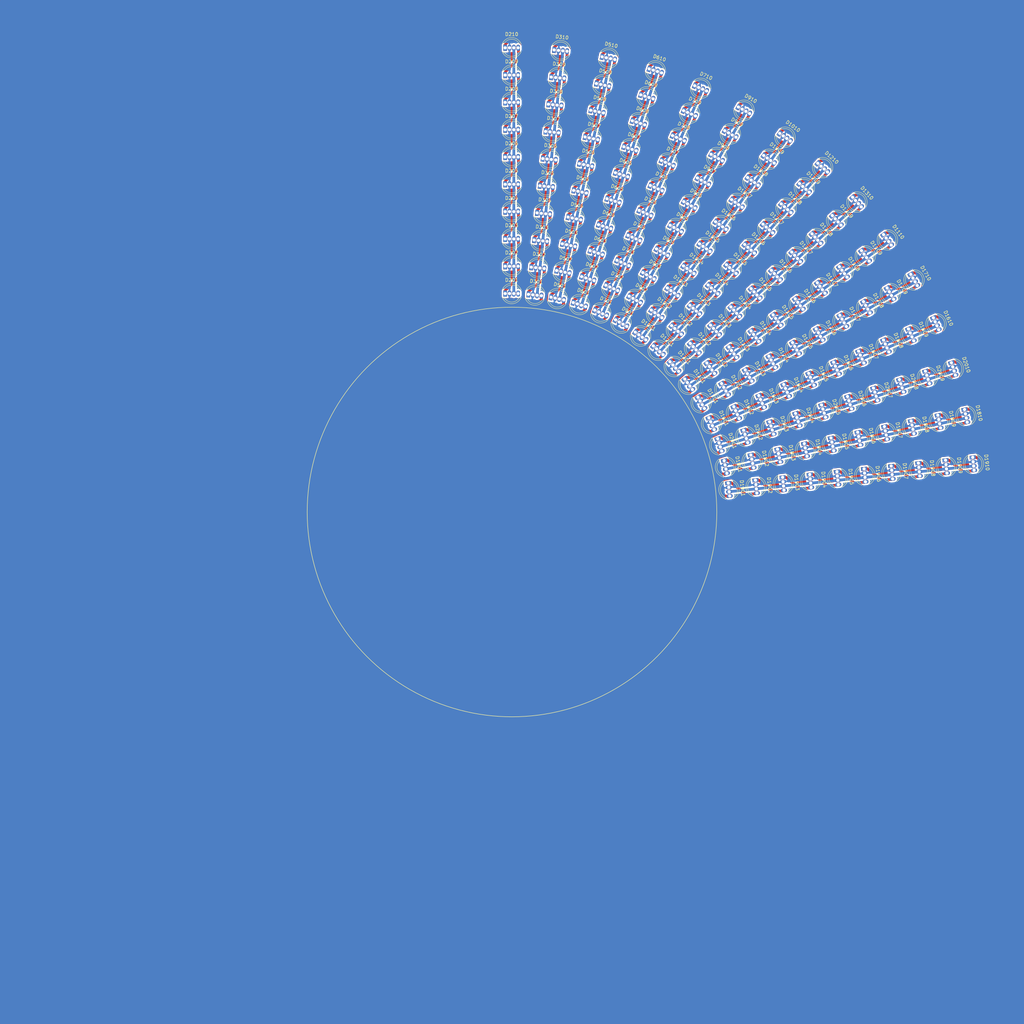
<source format=kicad_pcb>
(kicad_pcb (version 20221018) (generator pcbnew)
  (layers (0 "F.Cu" signal) (31 "B.Cu" signal) (34 "B.Paste" user) (35 "F.Paste" user) (36 "B.SilkS" user "B.Silkscreen") (37 "F.SilkS" user "F.Silkscreen") (38 "B.Mask" user) (39 "F.Mask" user) (44 "Edge.Cuts" user))
  (net 0 "")
  (net 1 "Net-(D201-DOUT)")
  (net 2 "GND")
  (net 3 "+5V")
  (net 4 "Net-(D202-DOUT)")
  (net 5 "Net-(D203-DOUT)")
  (net 6 "Net-(D204-DOUT)")
  (net 7 "Net-(D205-DOUT)")
  (net 8 "Net-(D206-DOUT)")
  (net 9 "Net-(D207-DOUT)")
  (net 10 "Net-(D208-DOUT)")
  (net 11 "Net-(D209-DOUT)")
  (net 12 "/Quadrant/Hour1/DIN")
  (net 13 "Net-(D301-DOUT)")
  (net 14 "Net-(D302-DOUT)")
  (net 15 "Net-(D303-DOUT)")
  (net 16 "Net-(D304-DOUT)")
  (net 17 "Net-(D305-DOUT)")
  (net 18 "Net-(D306-DOUT)")
  (net 19 "Net-(D307-DOUT)")
  (net 20 "Net-(D308-DOUT)")
  (net 21 "Net-(D309-DOUT)")
  (net 22 "/Quadrant/Hour1/Clock Inner Hand1/DOUT")
  (net 23 "Net-(D501-DOUT)")
  (net 24 "Net-(D502-DOUT)")
  (net 25 "Net-(D503-DOUT)")
  (net 26 "Net-(D504-DOUT)")
  (net 27 "Net-(D505-DOUT)")
  (net 28 "Net-(D506-DOUT)")
  (net 29 "Net-(D507-DOUT)")
  (net 30 "Net-(D508-DOUT)")
  (net 31 "Net-(D509-DOUT)")
  (net 32 "Net-(D601-DOUT)")
  (net 33 "Net-(D602-DOUT)")
  (net 34 "Net-(D603-DOUT)")
  (net 35 "Net-(D604-DOUT)")
  (net 36 "Net-(D605-DOUT)")
  (net 37 "Net-(D606-DOUT)")
  (net 38 "Net-(D607-DOUT)")
  (net 39 "Net-(D608-DOUT)")
  (net 40 "Net-(D609-DOUT)")
  (net 41 "Net-(D701-DOUT)")
  (net 42 "Net-(D702-DOUT)")
  (net 43 "Net-(D703-DOUT)")
  (net 44 "Net-(D704-DOUT)")
  (net 45 "Net-(D705-DOUT)")
  (net 46 "Net-(D706-DOUT)")
  (net 47 "Net-(D707-DOUT)")
  (net 48 "Net-(D708-DOUT)")
  (net 49 "Net-(D709-DOUT)")
  (net 50 "/Quadrant/Hour1/Clock Inner Hand2/DOUT")
  (net 51 "/Quadrant/Hour1/Clock Inner Hand3/DOUT")
  (net 52 "/Quadrant/Hour1/Clock Inner Hand4/DOUT")
  (net 53 "/Quadrant/Hour1/DOUT")
  (net 54 "/Quadrant/Hour2/Clock Inner Hand1/DOUT")
  (net 55 "Net-(D901-DOUT)")
  (net 56 "/Quadrant/Hour2/Clock Inner Hand2/DOUT")
  (net 57 "Net-(D902-DOUT)")
  (net 58 "Net-(D903-DOUT)")
  (net 59 "Net-(D904-DOUT)")
  (net 60 "Net-(D905-DOUT)")
  (net 61 "Net-(D906-DOUT)")
  (net 62 "Net-(D907-DOUT)")
  (net 63 "Net-(D908-DOUT)")
  (net 64 "Net-(D909-DOUT)")
  (net 65 "Net-(D1001-DOUT)")
  (net 66 "/Quadrant/Hour2/Clock Inner Hand4/DOUT")
  (net 67 "Net-(D1002-DOUT)")
  (net 68 "Net-(D1003-DOUT)")
  (net 69 "Net-(D1004-DOUT)")
  (net 70 "Net-(D1005-DOUT)")
  (net 71 "Net-(D1006-DOUT)")
  (net 72 "Net-(D1007-DOUT)")
  (net 73 "Net-(D1008-DOUT)")
  (net 74 "Net-(D1009-DOUT)")
  (net 75 "Net-(D1101-DOUT)")
  (net 76 "/Quadrant/Hour2/DOUT")
  (net 77 "Net-(D1102-DOUT)")
  (net 78 "Net-(D1103-DOUT)")
  (net 79 "Net-(D1104-DOUT)")
  (net 80 "Net-(D1105-DOUT)")
  (net 81 "Net-(D1106-DOUT)")
  (net 82 "Net-(D1107-DOUT)")
  (net 83 "Net-(D1108-DOUT)")
  (net 84 "Net-(D1109-DOUT)")
  (net 85 "Net-(D1201-DOUT)")
  (net 86 "/Quadrant/Hour2/Clock Inner Hand3/DOUT")
  (net 87 "Net-(D1202-DOUT)")
  (net 88 "Net-(D1203-DOUT)")
  (net 89 "Net-(D1204-DOUT)")
  (net 90 "Net-(D1205-DOUT)")
  (net 91 "Net-(D1206-DOUT)")
  (net 92 "Net-(D1207-DOUT)")
  (net 93 "Net-(D1208-DOUT)")
  (net 94 "Net-(D1209-DOUT)")
  (net 95 "Net-(D1301-DOUT)")
  (net 96 "Net-(D1601-DOUT)")
  (net 97 "Net-(D1302-DOUT)")
  (net 98 "Net-(D1303-DOUT)")
  (net 99 "Net-(D1304-DOUT)")
  (net 100 "Net-(D1305-DOUT)")
  (net 101 "Net-(D1306-DOUT)")
  (net 102 "Net-(D1307-DOUT)")
  (net 103 "Net-(D1308-DOUT)")
  (net 104 "Net-(D1309-DOUT)")
  (net 105 "/Quadrant/Hour3/Clock Inner Hand1/DOUT")
  (net 106 "Net-(D1602-DOUT)")
  (net 107 "Net-(D1603-DOUT)")
  (net 108 "Net-(D1604-DOUT)")
  (net 109 "Net-(D1605-DOUT)")
  (net 110 "Net-(D1606-DOUT)")
  (net 111 "Net-(D1607-DOUT)")
  (net 112 "Net-(D1608-DOUT)")
  (net 113 "Net-(D1609-DOUT)")
  (net 114 "/Quadrant/Hour3/Clock Inner Hand2/DOUT")
  (net 115 "Net-(D1701-DOUT)")
  (net 116 "Net-(D1702-DOUT)")
  (net 117 "Net-(D1703-DOUT)")
  (net 118 "Net-(D1704-DOUT)")
  (net 119 "Net-(D1705-DOUT)")
  (net 120 "Net-(D1706-DOUT)")
  (net 121 "Net-(D1707-DOUT)")
  (net 122 "Net-(D1708-DOUT)")
  (net 123 "Net-(D1709-DOUT)")
  (net 124 "Net-(D1801-DOUT)")
  (net 125 "/Quadrant/Hour3/Clock Inner Hand3/DOUT")
  (net 126 "Net-(D1802-DOUT)")
  (net 127 "Net-(D1803-DOUT)")
  (net 128 "Net-(D1804-DOUT)")
  (net 129 "Net-(D1805-DOUT)")
  (net 130 "Net-(D1806-DOUT)")
  (net 131 "Net-(D1807-DOUT)")
  (net 132 "Net-(D1808-DOUT)")
  (net 133 "Net-(D1809-DOUT)")
  (net 134 "/Quadrant/Hour3/Clock Inner Hand4/DOUT")
  (net 135 "Net-(D1901-DOUT)")
  (net 136 "Net-(D1902-DOUT)")
  (net 137 "Net-(D1903-DOUT)")
  (net 138 "Net-(D1904-DOUT)")
  (net 139 "Net-(D1905-DOUT)")
  (net 140 "Net-(D1906-DOUT)")
  (net 141 "Net-(D1907-DOUT)")
  (net 142 "Net-(D1908-DOUT)")
  (net 143 "Net-(D1909-DOUT)")
  (net 144 "/Quadrant/Hour3/DOUT")
  (net 145 "Net-(D2001-DOUT)")
  (net 146 "Net-(D2002-DOUT)")
  (net 147 "Net-(D2003-DOUT)")
  (net 148 "Net-(D2004-DOUT)")
  (net 149 "Net-(D2005-DOUT)")
  (net 150 "Net-(D2006-DOUT)")
  (net 151 "Net-(D2007-DOUT)")
  (net 152 "Net-(D2008-DOUT)")
  (net 153 "Net-(D2009-DOUT)")
  (footprint "LED_THT:LED_D5.0mm-4_RGB" (layer "F.Cu") (at 37.711403 -122.22752 -18)
    (fp_text reference "D609")
    (fp_text value "NeoPixel_THT")
  )
  (footprint "LED_THT:LED_D5.0mm-4_RGB" (layer "F.Cu") (at 30.74705 -73.741727 -24)
    (fp_text reference "D703")
    (fp_text value "NeoPixel_THT")
  )
  (footprint "LED_THT:LED_D5.0mm-4_RGB" (layer "F.Cu") (at 79.280108 -10.146535 -84)
    (fp_text reference "D1903")
    (fp_text value "NeoPixel_THT")
  )
  (footprint "LED_THT:LED_D5.0mm-4_RGB" (layer "F.Cu") (at 54.325294 -97.864219 -30)
    (fp_text reference "D907")
    (fp_text value "NeoPixel_THT")
  )
  (footprint "LED_THT:LED_D5.0mm-4_RGB" (layer "F.Cu") (at 70.049504 -65.45363 -48)
    (fp_text reference "D1305")
    (fp_text value "NeoPixel_THT")
  )
  (footprint "LED_THT:LED_D5.0mm-4_RGB" (layer "F.Cu") (at -2 -64)
    (fp_text reference "D201")
    (fp_text value "NeoPixel_THT")
  )
  (footprint "LED_THT:LED_D5.0mm-4_RGB" (layer "F.Cu") (at 98.291716 -33.842008 -72)
    (fp_text reference "D2006")
    (fp_text value "NeoPixel_THT")
  )
  (footprint "LED_THT:LED_D5.0mm-4_RGB" (layer "F.Cu") (at 116.927031 -26.694831 -78)
    (fp_text reference "D1808")
    (fp_text value "NeoPixel_THT")
  )
  (footprint "LED_THT:LED_D5.0mm-4_RGB" (layer "F.Cu") (at 37.254836 -88.358454 -24)
    (fp_text reference "D705")
    (fp_text value "NeoPixel_THT")
  )
  (footprint "LED_THT:LED_D5.0mm-4_RGB" (layer "F.Cu") (at 11.415505 -62.928096 -12)
    (fp_text reference "D501")
    (fp_text value "NeoPixel_THT")
  )
  (footprint "LED_THT:LED_D5.0mm-4_RGB" (layer "F.Cu") (at 46.325294 -84.007812 -30)
    (fp_text reference "D905")
    (fp_text value "NeoPixel_THT")
  )
  (footprint "LED_THT:LED_D5.0mm-4_RGB" (layer "F.Cu") (at 132.577393 -30.021418 -78)
    (fp_text reference "D1810")
    (fp_text value "NeoPixel_THT")
  )
  (footprint "LED_THT:LED_D5.0mm-4_RGB" (layer "F.Cu") (at 9.005052 -103.546377 -6)
    (fp_text reference "D306")
    (fp_text value "NeoPixel_THT")
  )
  (footprint "LED_THT:LED_D5.0mm-4_RGB" (layer "F.Cu") (at 71.323932 -9.310307 -84)
    (fp_text reference "D1902")
    (fp_text value "NeoPixel_THT")
  )
  (footprint "LED_THT:LED_D5.0mm-4_RGB" (layer "F.Cu") (at 52.1136 -60.549268 -42)
    (fp_text reference "D1203")
    (fp_text value "NeoPixel_THT")
  )
  (footprint "LED_THT:LED_D5.0mm-4_RGB" (layer "F.Cu") (at -2 -88)
    (fp_text reference "D204")
    (fp_text value "NeoPixel_THT")
  )
  (footprint "LED_THT:LED_D5.0mm-4_RGB" (layer "F.Cu") (at 34.325294 -63.223203 -30)
    (fp_text reference "D902")
    (fp_text value "NeoPixel_THT")
  )
  (footprint "LED_THT:LED_D5.0mm-4_RGB" (layer "F.Cu") (at 89.111016 -53.635448 -60)
    (fp_text reference "D1706")
    (fp_text value "NeoPixel_THT")
  )
  (footprint "LED_THT:LED_D5.0mm-4_RGB" (layer "F.Cu") (at 95.192457 -11.81899 -84)
    (fp_text reference "D1905")
    (fp_text value "NeoPixel_THT")
  )
  (footprint "LED_THT:LED_D5.0mm-4_RGB" (layer "F.Cu") (at 102.967422 -61.635448 -60)
    (fp_text reference "D1708")
    (fp_text value "NeoPixel_THT")
  )
  (footprint "LED_THT:LED_D5.0mm-4_RGB" (layer "F.Cu") (at 54.926855 -78.568505 -36)
    (fp_text reference "D1005")
    (fp_text value "NeoPixel_THT")
  )
  (footprint "LED_THT:LED_D5.0mm-4_RGB" (layer "F.Cu") (at 109.10185 -25.031537 -78)
    (fp_text reference "D1807")
    (fp_text value "NeoPixel_THT")
  )
  (footprint "LED_THT:LED_D5.0mm-4_RGB" (layer "F.Cu") (at -2 -96)
    (fp_text reference "D205")
    (fp_text value "NeoPixel_THT")
  )
  (footprint "LED_THT:LED_D5.0mm-4_RGB" (layer "F.Cu") (at 82.972343 -62.464904 -54)
    (fp_text reference "D1106")
    (fp_text value "NeoPixel_THT")
  )
  (footprint "LED_THT:LED_D5.0mm-4_RGB" (layer "F.Cu") (at 12.349963 -135.371078 -6)
    (fp_text reference "D310")
    (fp_text value "NeoPixel_THT")
  )
  (footprint "LED_THT:LED_D5.0mm-4_RGB" (layer "F.Cu") (at 25.350723 -84.185259 -18)
    (fp_text reference "D604")
    (fp_text value "NeoPixel_THT")
  )
  (footprint "LED_THT:LED_D5.0mm-4_RGB" (layer "F.Cu") (at 40.183539 -129.835972 -18)
    (fp_text reference "D610")
    (fp_text value "NeoPixel_THT")
  )
  (footprint "LED_THT:LED_D5.0mm-4_RGB" (layer "F.Cu") (at 93.830138 -86.86581 -48)
    (fp_text reference "D1309")
    (fp_text value "NeoPixel_THT")
  )
  (footprint "LED_THT:LED_D5.0mm-4_RGB" (layer "F.Cu") (at 108.860887 -81.274031 -54)
    (fp_text reference "D1110")
    (fp_text value "NeoPixel_THT")
  )
  (footprint "LED_THT:LED_D5.0mm-4_RGB" (layer "F.Cu") (at 21.395266 -109.87918 -12)
    (fp_text reference "D507")
    (fp_text value "NeoPixel_THT")
  )
  (footprint "LED_THT:LED_D5.0mm-4_RGB" (layer "F.Cu") (at 69.033702 -97.984913 -36)
    (fp_text reference "D1008")
    (fp_text value "NeoPixel_THT")
  )
  (footprint "LED_THT:LED_D5.0mm-4_RGB" (layer "F.Cu") (at 63.555935 -48.358059 -54)
    (fp_text reference "D1103")
    (fp_text value "NeoPixel_THT")
  )
  (footprint "LED_THT:LED_D5.0mm-4_RGB" (layer "F.Cu") (at 43.762622 -102.975181 -24)
    (fp_text reference "D707")
    (fp_text value "NeoPixel_THT")
  )
  (footprint "LED_THT:LED_D5.0mm-4_RGB" (layer "F.Cu") (at -2 -104)
    (fp_text reference "D206")
    (fp_text value "NeoPixel_THT")
  )
  (footprint "LED_THT:LED_D5.0mm-4_RGB" (layer "F.Cu") (at 62.325294 -111.720625 -30)
    (fp_text reference "D909")
    (fp_text value "NeoPixel_THT")
  )
  (footprint "LED_THT:LED_D5.0mm-4_RGB" (layer "F.Cu") (at 87.884979 -81.512764 -48)
    (fp_text reference "D1308")
    (fp_text value "NeoPixel_THT")
  )
  (footprint "LED_THT:LED_D5.0mm-4_RGB" (layer "F.Cu") (at 6.496369 -79.677852 -6)
    (fp_text reference "D303")
    (fp_text value "NeoPixel_THT")
  )
  (footprint "LED_THT:LED_D5.0mm-4_RGB" (layer "F.Cu") (at 9.84128 -111.502552 -6)
    (fp_text reference "D307")
    (fp_text value "NeoPixel_THT")
  )
  (footprint "LED_THT:LED_D5.0mm-4_RGB" (layer "F.Cu") (at 35.239267 -114.619067 -18)
    (fp_text reference "D608")
    (fp_text value "NeoPixel_THT")
  )
  (footprint "LED_THT:LED_D5.0mm-4_RGB" (layer "F.Cu") (at 16.405385 -86.403638 -12)
    (fp_text reference "D504")
    (fp_text value "NeoPixel_THT")
  )
  (footprint "LED_THT:LED_D5.0mm-4_RGB" (layer "F.Cu") (at 45.522292 -65.624233 -36)
    (fp_text reference "D1003")
    (fp_text value "NeoPixel_THT")
  )
  (footprint "LED_THT:LED_D5.0mm-4_RGB" (layer "F.Cu") (at 108.83742 -50.385768 -66)
    (fp_text reference "D1608")
    (fp_text value "NeoPixel_THT")
  )
  (footprint "LED_THT:LED_D5.0mm-4_RGB" (layer "F.Cu") (at -2 -112)
    (fp_text reference "D207")
    (fp_text value "NeoPixel_THT")
  )
  (footprint "LED_THT:LED_D5.0mm-4_RGB" (layer "F.Cu") (at -2 -72)
    (fp_text reference "D202")
    (fp_text value "NeoPixel_THT")
  )
  (footprint "LED_THT:LED_D5.0mm-4_RGB" (layer "F.Cu") (at 67.857907 -23.953464 -72)
    (fp_text reference "D2002")
    (fp_text value "NeoPixel_THT")
  )
  (footprint "LED_THT:LED_D5.0mm-4_RGB" (layer "F.Cu") (at 30.294995 -99.402163 -18)
    (fp_text reference "D606")
    (fp_text value "NeoPixel_THT")
  )
  (footprint "LED_THT:LED_D5.0mm-4_RGB" (layer "F.Cu") (at 52.214028 -49.394497 -48)
    (fp_text reference "D1302")
    (fp_text value "NeoPixel_THT")
  )
  (footprint "LED_THT:LED_D5.0mm-4_RGB" (layer "F.Cu") (at 89.584914 -102.165378 -42)
    (fp_text reference "D1210")
    (fp_text value "NeoPixel_THT")
  )
  (footprint "LED_THT:LED_D5.0mm-4_RGB" (layer "F.Cu") (at 119.060983 -14.327673 -84)
    (fp_text reference "D1908")
    (fp_text value "NeoPixel_THT")
  )
  (footprint "LED_THT:LED_D5.0mm-4_RGB" (layer "F.Cu") (at 78.878824 -90.275061 -42)
    (fp_text reference "D1208")
    (fp_text value "NeoPixel_THT")
  )
  (footprint "LED_THT:LED_D5.0mm-4_RGB" (layer "F.Cu") (at 86.912329 -40.624089 -66)
    (fp_text reference "D1605")
    (fp_text value "NeoPixel_THT")
  )
  (footprint "LED_THT:LED_D5.0mm-4_RGB" (layer "F.Cu") (at 68.326406 -41.635448 -60)
    (fp_text reference "D1703")
    (fp_text value "NeoPixel_THT")
  )
  (footprint "LED_THT:LED_D5.0mm-4_RGB" (layer "F.Cu") (at 34.000943 -81.05009 -24)
    (fp_text reference "D704")
    (fp_text value "NeoPixel_THT")
  )
  (footprint "LED_THT:LED_D5.0mm-4_RGB" (layer "F.Cu") (at 93.451489 -21.70495 -78)
    (fp_text reference "D1805")
    (fp_text value "NeoPixel_THT")
  )
  (footprint "LED_THT:LED_D5.0mm-4_RGB" (layer "F.Cu") (at 101.27667 -23.368244 -78)
    (fp_text reference "D1806")
    (fp_text value "NeoPixel_THT")
  )
  (footprint "LED_THT:LED_D5.0mm-4_RGB" (layer "F.Cu") (at 95.916615 -71.869467 -54)
    (fp_text reference "D1108")
    (fp_text value "NeoPixel_THT")
  )
  (footprint "LED_THT:LED_D5.0mm-4_RGB" (layer "F.Cu") (at 111.104807 -13.491446 -84)
    (fp_text reference "D1907")
    (fp_text value "NeoPixel_THT")
  )
  (footprint "LED_THT:LED_D5.0mm-4_RGB" (layer "F.Cu") (at 96.039219 -57.635448 -60)
    (fp_text reference "D1707")
    (fp_text value "NeoPixel_THT")
  )
  (footprint "LED_THT:LED_D5.0mm-4_RGB" (layer "F.Cu") (at 57.678875 -27.608517 -66)
    (fp_text reference "D1601")
    (fp_text value "NeoPixel_THT")
  )
  (footprint "LED_THT:LED_D5.0mm-4_RGB" (layer "F.Cu") (at 84.231869 -96.220219 -42)
    (fp_text reference "D1209")
    (fp_text value "NeoPixel_THT")
  )
  (footprint "LED_THT:LED_D5.0mm-4_RGB" (layer "F.Cu") (at 102.388751 -76.57175 -54)
    (fp_text reference "D1109")
    (fp_text value "NeoPixel_THT")
  )
  (footprint "LED_THT:LED_D5.0mm-4_RGB" (layer "F.Cu") (at 27.493157 -66.433363 -24)
    (fp_text reference "D702")
    (fp_text value "NeoPixel_THT")
  )
  (footprint "LED_THT:LED_D5.0mm-4_RGB" (layer "F.Cu") (at 134.973333 -16.000128 -84)
    (fp_text reference "D1910")
    (fp_text value "NeoPixel_THT")
  )
  (footprint "LED_THT:LED_D5.0mm-4_RGB" (layer "F.Cu") (at 83.074812 -28.897737 -72)
    (fp_text reference "D2004")
    (fp_text value "NeoPixel_THT")
  )
  (footprint "LED_THT:LED_D5.0mm-4_RGB" (layer "F.Cu") (at 40.82001 -59.152097 -36)
    (fp_text reference "D1002")
    (fp_text value "NeoPixel_THT")
  )
  (footprint "LED_THT:LED_D5.0mm-4_RGB" (layer "F.Cu") (at 101.529056 -47.131874 -66)
    (fp_text reference "D1607")
    (fp_text value "NeoPixel_THT")
  )
  (footprint "LED_THT:LED_D5.0mm-4_RGB" (layer "F.Cu") (at 58.325294 -104.792422 -30)
    (fp_text reference "D908")
    (fp_text value "NeoPixel_THT")
  )
  (footprint "LED_THT:LED_D5.0mm-4_RGB" (layer "F.Cu") (at 47.016516 -110.283545 -24)
    (fp_text reference "D708")
    (fp_text value "NeoPixel_THT")
  )
  (footprint "LED_THT:LED_D5.0mm-4_RGB" (layer "F.Cu") (at 41.407511 -48.658952 -42)
    (fp_text reference "D1201")
    (fp_text value "NeoPixel_THT")
  )
  (footprint "LED_THT:LED_D5.0mm-4_RGB" (layer "F.Cu") (at 63.367758 -8.474079 -84)
    (fp_text reference "D1901")
    (fp_text value "NeoPixel_THT")
  )
  (footprint "LED_THT:LED_D5.0mm-4_RGB" (layer "F.Cu") (at 116.823829 -69.635448 -60)
    (fp_text reference "D1710")
    (fp_text value "NeoPixel_THT")
  )
  (footprint "LED_THT:LED_D5.0mm-4_RGB" (layer "F.Cu") (at 38.325294 -70.151406 -30)
    (fp_text reference "D903")
    (fp_text value "NeoPixel_THT")
  )
  (footprint "LED_THT:LED_D5.0mm-4_RGB" (layer "F.Cu") (at 24.721853 -125.529542 -12)
    (fp_text reference "D509")
    (fp_text value "NeoPixel_THT")
  )
  (footprint "LED_THT:LED_D5.0mm-4_RGB" (layer "F.Cu") (at 73.525779 -84.329902 -42)
    (fp_text reference "D1207")
    (fp_text value "NeoPixel_THT")
  )
  (footprint "LED_THT:LED_D5.0mm-4_RGB" (layer "F.Cu") (at 5.660141 -71.721677 -6)
    (fp_text reference "D302")
    (fp_text value "NeoPixel_THT")
  )
  (footprint "LED_THT:LED_D5.0mm-4_RGB" (layer "F.Cu") (at 11.513735 -127.414903 -6)
    (fp_text reference "D309")
    (fp_text value "NeoPixel_THT")
  )
  (footprint "LED_THT:LED_D5.0mm-4_RGB" (layer "F.Cu") (at 73.735984 -104.457049 -36)
    (fp_text reference "D1009")
    (fp_text value "NeoPixel_THT")
  )
  (footprint "LED_THT:LED_D5.0mm-4_RGB" (layer "F.Cu") (at 99.775297 -92.218854 -48)
    (fp_text reference "D1310")
    (fp_text value "NeoPixel_THT")
  )
  (footprint "LED_THT:LED_D5.0mm-4_RGB" (layer "F.Cu") (at 68.172734 -78.384744 -42)
    (fp_text reference "D1206")
    (fp_text value "NeoPixel_THT")
  )
  (footprint "LED_THT:LED_D5.0mm-4_RGB" (layer "F.Cu") (at 70.028071 -53.06034 -54)
    (fp_text reference "D1104")
    (fp_text value "NeoPixel_THT")
  )
  (footprint "LED_THT:LED_D5.0mm-4_RGB" (layer "F.Cu") (at 42.325294 -77.079609 -30)
    (fp_text reference "D904")
    (fp_text value "NeoPixel_THT")
  )
  (footprint "LED_THT:LED_D5.0mm-4_RGB" (layer "F.Cu") (at 69.975947 -16.71507 -78)
    (fp_text reference "D1802")
    (fp_text value "NeoPixel_THT")
  )
  (footprint "LED_THT:LED_D5.0mm-4_RGB" (layer "F.Cu") (at 23.058559 -117.704361 -12)
    (fp_text reference "D508")
    (fp_text value "NeoPixel_THT")
  )
  (footprint "LED_THT:LED_D5.0mm-4_RGB" (layer "F.Cu") (at 50.270409 -117.591909 -24)
    (fp_text reference "D709")
    (fp_text value "NeoPixel_THT")
  )
  (footprint "LED_THT:LED_D5.0mm-4_RGB" (layer "F.Cu") (at 64.987238 -30.86241 -66)
    (fp_text reference "D1602")
    (fp_text value "NeoPixel_THT")
  )
  (footprint "LED_THT:LED_D5.0mm-4_RGB" (layer "F.Cu") (at 75.254609 -45.635448 -60)
    (fp_text reference "D1704")
    (fp_text value "NeoPixel_THT")
  )
  (footprint "LED_THT:LED_D5.0mm-4_RGB" (layer "F.Cu") (at 4.823914 -63.765502 -6)
    (fp_text reference "D301")
    (fp_text value "NeoPixel_THT")
  )
  (footprint "LED_THT:LED_D5.0mm-4_RGB" (layer "F.Cu") (at -2 -80)
    (fp_text reference "D203")
    (fp_text value "NeoPixel_THT")
  )
  (footprint "LED_THT:LED_D5.0mm-4_RGB" (layer "F.Cu") (at 66.325294 -118.648829 -30)
    (fp_text reference "D910")
    (fp_text value "NeoPixel_THT")
  )
  (footprint "LED_THT:LED_D5.0mm-4_RGB" (layer "F.Cu") (at 32.767131 -107.010615 -18)
    (fp_text reference "D607")
    (fp_text value "NeoPixel_THT")
  )
  (footprint "LED_THT:LED_D5.0mm-4_RGB" (layer "F.Cu") (at 64.104345 -60.100585 -48)
    (fp_text reference "D1304")
    (fp_text value "NeoPixel_THT")
  )
  (footprint "LED_THT:LED_D5.0mm-4_RGB" (layer "F.Cu") (at 103.148633 -12.655218 -84)
    (fp_text reference "D1906")
    (fp_text value "NeoPixel_THT")
  )
  (footprint "LED_THT:LED_D5.0mm-4_RGB" (layer "F.Cu") (at 116.145784 -53.639661 -66)
    (fp_text reference "D1609")
    (fp_text value "NeoPixel_THT")
  )
  (footprint "LED_THT:LED_D5.0mm-4_RGB" (layer "F.Cu") (at 18.068679 -94.228819 -12)
    (fp_text reference "D505")
    (fp_text value "NeoPixel_THT")
  )
  (footprint "LED_THT:LED_D5.0mm-4_RGB" (layer "F.Cu") (at 50.224574 -72.096369 -36)
    (fp_text reference "D1004")
    (fp_text value "NeoPixel_THT")
  )
  (footprint "LED_THT:LED_D5.0mm-4_RGB" (layer "F.Cu") (at 50.611664 -38.953495 -54)
    (fp_text reference "D1101")
    (fp_text value "NeoPixel_THT")
  )
  (footprint "LED_THT:LED_D5.0mm-4_RGB" (layer "F.Cu") (at 87.236282 -10.982762 -84)
    (fp_text reference "D1904")
    (fp_text value "NeoPixel_THT")
  )
  (footprint "LED_THT:LED_D5.0mm-4_RGB" (layer "F.Cu") (at 94.220693 -43.877981 -66)
    (fp_text reference "D1606")
    (fp_text value "NeoPixel_THT")
  )
  (footprint "LED_THT:LED_D5.0mm-4_RGB" (layer "F.Cu") (at 50.325294 -90.936016 -30)
    (fp_text reference "D906")
    (fp_text value "NeoPixel_THT")
  )
  (footprint "LED_THT:LED_D5.0mm-4_RGB" (layer "F.Cu") (at 57.466644 -66.494427 -42)
    (fp_text reference "D1204")
    (fp_text value "NeoPixel_THT")
  )
  (footprint "LED_THT:LED_D5.0mm-4_RGB" (layer "F.Cu") (at 62.150766 -15.051776 -78)
    (fp_text reference "D1801")
    (fp_text value "NeoPixel_THT")
  )
  (footprint "LED_THT:LED_D5.0mm-4_RGB" (layer "F.Cu") (at 46.26887 -44.041451 -48)
    (fp_text reference "D1301")
    (fp_text value "NeoPixel_THT")
  )
  (footprint "LED_THT:LED_D5.0mm-4_RGB" (layer "F.Cu") (at 61.398203 -37.635448 -60)
    (fp_text reference "D1702")
    (fp_text value "NeoPixel_THT")
  )
  (footprint "LED_THT:LED_D5.0mm-4_RGB" (layer "F.Cu") (at -2 -120)
    (fp_text reference "D208")
    (fp_text value "NeoPixel_THT")
  )
  (footprint "LED_THT:LED_D5.0mm-4_RGB" (layer "F.Cu") (at 105.900168 -36.314143 -72)
    (fp_text reference "D2007")
    (fp_text value "NeoPixel_THT")
  )
  (footprint "LED_THT:LED_D5.0mm-4_RGB" (layer "F.Cu") (at 24.239264 -59.125 -24)
    (fp_text reference "D701")
    (fp_text value "NeoPixel_THT")
  )
  (footprint "LED_THT:LED_D5.0mm-4_RGB" (layer "F.Cu") (at 20.406451 -68.968355 -18)
    (fp_text reference "D602")
    (fp_text value "NeoPixel_THT")
  )
  (footprint "LED_THT:LED_D5.0mm-4_RGB" (layer "F.Cu") (at 123.454148 -56.893554 -66)
    (fp_text reference "D1610")
    (fp_text value "NeoPixel_THT")
  )
  (footprint "LED_THT:LED_D5.0mm-4_RGB" (layer "F.Cu") (at 7.332597 -87.634027 -6)
    (fp_text reference "D304")
    (fp_text value "NeoPixel_THT")
  )
  (footprint "LED_THT:LED_D5.0mm-4_RGB" (layer "F.Cu") (at 46.760555 -54.60411 -42)
    (fp_text reference "D1202")
    (fp_text value "NeoPixel_THT")
  )
  (footprint "LED_THT:LED_D5.0mm-4_RGB" (layer "F.Cu") (at 53.524302 -124.900272 -24)
    (fp_text reference "D710")
    (fp_text value "NeoPixel_THT")
  )
  (footprint "LED_THT:LED_D5.0mm-4_RGB" (layer "F.Cu") (at 36.117728 -52.679962 -36)
    (fp_text reference "D1001")
    (fp_text value "NeoPixel_THT")
  )
  (footprint "LED_THT:LED_D5.0mm-4_RGB" (layer "F.Cu") (at 54.47 -33.635448 -60)
    (fp_text reference "D1701")
    (fp_text value "NeoPixel_THT")
  )
  (footprint "LED_THT:LED_D5.0mm-4_RGB" (layer "F.Cu") (at 8.168824 -95.590202 -6)
    (fp_text reference "D305")
    (fp_text value "NeoPixel_THT")
  )
  (footprint "LED_THT:LED_D5.0mm-4_RGB" (layer "F.Cu") (at 109.895625 -65.635448 -60)
    (fp_text reference "D1709")
    (fp_text value "NeoPixel_THT")
  )
  (footprint "LED_THT:LED_D5.0mm-4_RGB" (layer "F.Cu") (at 59.629138 -85.040641 -36)
    (fp_text reference "D1006")
    (fp_text value "NeoPixel_THT")
  )
  (footprint "LED_THT:LED_D5.0mm-4_RGB" (layer "F.Cu") (at 14.742092 -78.578457 -12)
    (fp_text reference "D503")
    (fp_text value "NeoPixel_THT")
  )
  (footprint "LED_THT:LED_D5.0mm-4_RGB" (layer "F.Cu") (at 64.33142 -91.512776 -36)
    (fp_text reference "D1007")
    (fp_text value "NeoPixel_THT")
  )
  (footprint "LED_THT:LED_D5.0mm-4_RGB" (layer "F.Cu") (at -2 -128)
    (fp_text reference "D209")
    (fp_text value "NeoPixel_THT")
  )
  (footprint "LED_THT:LED_D5.0mm-4_RGB" (layer "F.Cu") (at 127.017159 -15.163901 -84)
    (fp_text reference "D1909")
    (fp_text value "NeoPixel_THT")
  )
  (footprint "LED_THT:LED_D5.0mm-4_RGB" (layer "F.Cu") (at 19.731972 -102.054 -12)
    (fp_text reference "D506")
    (fp_text value "NeoPixel_THT")
  )
  (footprint "LED_THT:LED_D5.0mm-4_RGB" (layer "F.Cu") (at 85.626308 -20.041657 -78)
    (fp_text reference "D1804")
    (fp_text value "NeoPixel_THT")
  )
  (footprint "LED_THT:LED_D5.0mm-4_RGB" (layer "F.Cu") (at 13.078798 -70.753276 -12)
    (fp_text reference "D502")
    (fp_text value "NeoPixel_THT")
  )
  (footprint "LED_THT:LED_D5.0mm-4_RGB" (layer "F.Cu") (at 27.822859 -91.793711 -18)
    (fp_text reference "D605")
    (fp_text value "NeoPixel_THT")
  )
  (footprint "LED_THT:LED_D5.0mm-4_RGB" (layer "F.Cu") (at 77.801127 -18.378364 -78)
    (fp_text reference "D1803")
    (fp_text value "NeoPixel_THT")
  )
  (footprint "LED_THT:LED_D5.0mm-4_RGB" (layer "F.Cu") (at 81.939821 -76.159719 -48)
    (fp_text reference "D1307")
    (fp_text value "NeoPixel_THT")
  )
  (footprint "LED_THT:LED_D5.0mm-4_RGB" (layer "F.Cu") (at 90.683264 -31.369872 -72)
    (fp_text reference "D2005")
    (fp_text value "NeoPixel_THT")
  )
  (footprint "LED_THT:LED_D5.0mm-4_RGB" (layer "F.Cu") (at 78.438266 -110.929185 -36)
    (fp_text reference "D1010")
    (fp_text value "NeoPixel_THT")
  )
  (footprint "LED_THT:LED_D5.0mm-4_RGB" (layer "F.Cu") (at 30.325295 -56.295 -30)
    (fp_text reference "D901")
    (fp_text value "NeoPixel_THT")
  )
  (footprint "LED_THT:LED_D5.0mm-4_RGB" (layer "F.Cu") (at 89.444478 -67.167185 -54)
    (fp_text reference "D1107")
    (fp_text value "NeoPixel_THT")
  )
  (footprint "LED_THT:LED_D5.0mm-4_RGB" (layer "F.Cu") (at 40.508729 -95.666818 -24)
    (fp_text reference "D706")
    (fp_text value "NeoPixel_THT")
  )
  (footprint "LED_THT:LED_D5.0mm-4_RGB" (layer "F.Cu") (at 75.994662 -70.806675 -48)
    (fp_text reference "D1306")
    (fp_text value "NeoPixel_THT")
  )
  (footprint "LED_THT:LED_D5.0mm-4_RGB" (layer "F.Cu") (at 113.50862 -38.786279 -72)
    (fp_text reference "D2008")
    (fp_text value "NeoPixel_THT")
  )
  (footprint "LED_THT:LED_D5.0mm-4_RGB" (layer "F.Cu") (at 17.934316 -61.359903 -18)
    (fp_text reference "D601")
    (fp_text value "NeoPixel_THT")
  )
  (footprint "LED_THT:LED_D5.0mm-4_RGB" (layer "F.Cu") (at 76.500207 -57.762621 -54)
    (fp_text reference "D1105")
    (fp_text value "NeoPixel_THT")
  )
  (footprint "LED_THT:LED_D5.0mm-4_RGB" (layer "F.Cu") (at 124.752213 -28.358125 -78)
    (fp_text reference "D1809")
    (fp_text value "NeoPixel_THT")
  )
  (footprint "LED_THT:LED_D5.0mm-4_RGB" (layer "F.Cu") (at 62.81969 -72.439585 -42)
    (fp_text reference "D1205")
    (fp_text value "NeoPixel_THT")
  )
  (footprint "LED_THT:LED_D5.0mm-4_RGB" (layer "F.Cu") (at 75.46636 -26.4256 -72)
    (fp_text reference "D2003")
    (fp_text value "NeoPixel_THT")
  )
  (footprint "LED_THT:LED_D5.0mm-4_RGB" (layer "F.Cu") (at 58.159186 -54.747541 -48)
    (fp_text reference "D1303")
    (fp_text value "NeoPixel_THT")
  )
  (footprint "LED_THT:LED_D5.0mm-4_RGB" (layer "F.Cu") (at 121.117072 -41.258415 -72)
    (fp_text reference "D2009")
    (fp_text value "NeoPixel_THT")
  )
  (footprint "LED_THT:LED_D5.0mm-4_RGB" (layer "F.Cu") (at 22.878587 -76.576807 -18)
    (fp_text reference "D603")
    (fp_text value "NeoPixel_THT")
  )
  (footprint "LED_THT:LED_D5.0mm-4_RGB" (layer "F.Cu") (at 10.677507 -119.458728 -6)
    (fp_text reference "D308")
    (fp_text value "NeoPixel_THT")
  )
  (footprint "LED_THT:LED_D5.0mm-4_RGB" (layer "F.Cu") (at 57.083799 -43.655776 -54)
    (fp_text reference "D1102")
    (fp_text value "NeoPixel_THT")
  )
  (footprint "LED_THT:LED_D5.0mm-4_RGB" (layer "F.Cu") (at 60.249456 -21.481328 -72)
    (fp_text reference "D2001")
    (fp_text value "NeoPixel_THT")
  )
  (footprint "LED_THT:LED_D5.0mm-4_RGB" (layer "F.Cu") (at 128.725524 -43.730551 -72)
    (fp_text reference "D2010")
    (fp_text value "NeoPixel_THT")
  )
  (footprint "LED_THT:LED_D5.0mm-4_RGB" (layer "F.Cu") (at 79.603966 -37.370195 -66)
    (fp_text reference "D1604")
    (fp_text value "NeoPixel_THT")
  )
  (footprint "LED_THT:LED_D5.0mm-4_RGB" (layer "F.Cu") (at -2 -136)
    (fp_text reference "D210")
    (fp_text value "NeoPixel_THT")
  )
  (footprint "LED_THT:LED_D5.0mm-4_RGB" (layer "F.Cu") (at 82.182812 -49.635448 -60)
    (fp_text reference "D1705")
    (fp_text value "NeoPixel_THT")
  )
  (footprint "LED_THT:LED_D5.0mm-4_RGB" (layer "F.Cu") (at 26.385146 -133.354723 -12)
    (fp_text reference "D510")
    (fp_text value "NeoPixel_THT")
  )
  (footprint "LED_THT:LED_D5.0mm-4_RGB" (layer "F.Cu") (at 72.295602 -34.116302 -66)
    (fp_text reference "D1603")
    (fp_text value "NeoPixel_THT")
  )
  (gr_circle (center 0 0) (end 60 0) (stroke (width 0.15)) (fill none) (layer "F.SilkS"))
  (segment (start -2 -64.9) (end 1.91 -68.81) (width 0.8) (layer "F.Cu") (net 1))
  (segment (start -2 -64) (end -2 -64.9) (width 0.8) (layer "F.Cu") (net 1))
  (segment (start 1.91 -68.81) (end 1.91 -72) (width 0.8) (layer "F.Cu") (net 1))
  (segment (start 0.54 -64) (end 0.54 -135.9) (width 0.8) (layer "B.Cu") (net 3))
  (segment (start 32.525 -55.025) (end 68.475 -117.292227) (width 0.8) (layer "B.Cu") (net 3))
  (segment (start 13.9 -62.4) (end 28.84885 -132.728813) (width 0.8) (layer "B.Cu") (net 3))
  (segment (start 38.172633 -51.186987) (end 80.434392 -109.355309) (width 0.8) (layer "B.Cu") (net 3))
  (segment (start 43.295099 -46.959359) (end 91.405589 -100.391473) (width 0.8) (layer "B.Cu") (net 3))
  (segment (start 47.968463 -42.153863) (end 101.400575 -90.264354) (width 0.8) (layer "B.Cu") (net 3))
  (segment (start 61.034359 -19.065644) (end 129.415323 -41.283967) (width 0.8) (layer "B.Cu") (net 3))
  (segment (start 7.35 -63.5) (end 14.865596 -135.006124) (width 0.8) (layer "B.Cu") (net 3))
  (segment (start 20.35 -60.575) (end 42.568321 -128.955963) (width 0.8) (layer "B.Cu") (net 3))
  (segment (start 62.678863 -12.56728) (end 133.007675 -27.516131) (width 0.8) (layer "B.Cu") (net 3))
  (segment (start 58.711987 -25.28811) (end 124.395905 -54.532475) (width 0.8) (layer "B.Cu") (net 3))
  (segment (start 52.104638 -36.898591) (end 110.27296 -79.16035) (width 0.8) (layer "B.Cu") (net 3))
  (segment (start 55.74 -31.435743) (end 118.007227 -67.385743) (width 0.8) (layer "B.Cu") (net 3))
  (segment (start 63.63326 -5.947994) (end 135.139384 -13.46359) (width 0.8) (layer "B.Cu") (net 3))
  (segment (start 26.559669 -58.091889) (end 55.804034 -123.775807) (width 0.8) (layer "B.Cu") (net 3))
  (segment (start -1.9 -72) (end -1.9 -73) (width 0.8) (layer "F.Cu") (net 4))
  (segment (start 1.91 -76.81) (end 1.91 -80) (width 0.8) (layer "F.Cu") (net 4))
  (segment (start -1.9 -73) (end 1.91 -76.81) (width 0.8) (layer "F.Cu") (net 4))
  (segment (start 1.91 -84.81) (end 1.91 -88) (width 0.8) (layer "F.Cu") (net 5))
  (segment (start -1.9 -81) (end 1.91 -84.81) (width 0.8) (layer "F.Cu") (net 5))
  (segment (start -1.9 -80) (end -1.9 -81) (width 0.8) (layer "F.Cu") (net 5))
  (segment (start -1.9 -88) (end -1.9 -89) (width 0.8) (layer "F.Cu") (net 6))
  (segment (start 1.91 -92.81) (end 1.91 -96) (width 0.8) (layer "F.Cu") (net 6))
  (segment (start -1.9 -89) (end 1.91 -92.81) (width 0.8) (layer "F.Cu") (net 6))
  (segment (start -1.9 -97) (end 1.91 -100.81) (width 0.8) (layer "F.Cu") (net 7))
  (segment (start -1.9 -96) (end -1.9 -97) (width 0.8) (layer "F.Cu") (net 7))
  (segment (start 1.91 -100.81) (end 1.91 -104) (width 0.8) (layer "F.Cu") (net 7))
  (segment (start 1.91 -108.81) (end 1.91 -112) (width 0.8) (layer "F.Cu") (net 8))
  (segment (start -1.9 -105) (end 1.91 -108.81) (width 0.8) (layer "F.Cu") (net 8))
  (segment (start -1.9 -104) (end -1.9 -105) (width 0.8) (layer "F.Cu") (net 8))
  (segment (start 1.91 -116.81) (end 1.91 -120) (width 0.8) (layer "F.Cu") (net 9))
  (segment (start -1.9 -113) (end 1.91 -116.81) (width 0.8) (layer "F.Cu") (net 9))
  (segment (start -1.9 -112) (end -1.9 -113) (width 0.8) (layer "F.Cu") (net 9))
  (segment (start 1.91 -124.81) (end 1.91 -128) (width 0.8) (layer "F.Cu") (net 10))
  (segment (start -1.9 -121) (end 1.91 -124.81) (width 0.8) (layer "F.Cu") (net 10))
  (segment (start -1.9 -120) (end -1.9 -121) (width 0.8) (layer "F.Cu") (net 10))
  (segment (start 1.91 -135.9) (end 1.81 -136) (width 0.8) (layer "F.Cu") (net 11))
  (segment (start -1.9 -129) (end 1.91 -132.81) (width 0.8) (layer "F.Cu") (net 11))
  (segment (start -1.9 -128) (end -1.9 -129) (width 0.8) (layer "F.Cu") (net 11))
  (segment (start 1.91 -132.81) (end 1.91 -135.9) (width 0.8) (layer "F.Cu") (net 11))
  (segment (start 9.215277 -68.140446) (end 9.548722 -71.312971) (width 0.8) (layer "F.Cu") (net 13))
  (segment (start 4.823914 -63.765502) (end 4.91799 -64.660572) (width 0.8) (layer "F.Cu") (net 13))
  (segment (start 4.91799 -64.660572) (end 9.215277 -68.140446) (width 0.8) (layer "F.Cu") (net 13))
  (segment (start 5.864122 -72.705746) (end 10.051504 -76.096621) (width 0.8) (layer "F.Cu") (net 14))
  (segment (start 5.759594 -71.711224) (end 5.864122 -72.705746) (width 0.8) (layer "F.Cu") (net 14))
  (segment (start 10.051504 -76.096621) (end 10.38495 -79.269146) (width 0.8) (layer "F.Cu") (net 14))
  (segment (start 10.887732 -84.052796) (end 11.221178 -87.225321) (width 0.8) (layer "F.Cu") (net 15))
  (segment (start 6.595822 -79.667399) (end 6.70035 -80.661921) (width 0.8) (layer "F.Cu") (net 15))
  (segment (start 6.70035 -80.661921) (end 10.887732 -84.052796) (width 0.8) (layer "F.Cu") (net 15))
  (segment (start 7.432049 -87.623575) (end 7.536578 -88.618097) (width 0.8) (layer "F.Cu") (net 16))
  (segment (start 7.536578 -88.618097) (end 11.72396 -92.008972) (width 0.8) (layer "F.Cu") (net 16))
  (segment (start 11.72396 -92.008972) (end 12.057405 -95.181496) (width 0.8) (layer "F.Cu") (net 16))
  (segment (start 12.560187 -99.965147) (end 12.893633 -103.137672) (width 0.8) (layer "F.Cu") (net 17))
  (segment (start 8.268277 -95.57975) (end 8.372805 -96.574272) (width 0.8) (layer "F.Cu") (net 17))
  (segment (start 8.372805 -96.574272) (end 12.560187 -99.965147) (width 0.8) (layer "F.Cu") (net 17))
  (segment (start 9.209033 -104.530447) (end 13.396415 -107.921322) (width 0.8) (layer "F.Cu") (net 18))
  (segment (start 13.396415 -107.921322) (end 13.729861 -111.093847) (width 0.8) (layer "F.Cu") (net 18))
  (segment (start 9.104505 -103.535925) (end 9.209033 -104.530447) (width 0.8) (layer "F.Cu") (net 18))
  (segment (start 9.940732 -111.4921) (end 10.045261 -112.486622) (width 0.8) (layer "F.Cu") (net 19))
  (segment (start 14.232643 -115.877497) (end 14.566089 -119.050022) (width 0.8) (layer "F.Cu") (net 19))
  (segment (start 10.045261 -112.486622) (end 14.232643 -115.877497) (width 0.8) (layer "F.Cu") (net 19))
  (segment (start 15.06887 -123.833672) (end 15.402316 -127.006197) (width 0.8) (layer "F.Cu") (net 20))
  (segment (start 10.77696 -119.448275) (end 10.881489 -120.442797) (width 0.8) (layer "F.Cu") (net 20))
  (segment (start 10.881489 -120.442797) (end 15.06887 -123.833672) (width 0.8) (layer "F.Cu") (net 20))
  (segment (start 15.905098 -131.789847) (end 16.228091 -134.86292) (width 0.8) (layer "F.Cu") (net 21))
  (segment (start 11.613188 -127.40445) (end 11.717716 -128.398972) (width 0.8) (layer "F.Cu") (net 21))
  (segment (start 16.228091 -134.86292) (end 16.139092 -134.972825) (width 0.8) (layer "F.Cu") (net 21))
  (segment (start 11.717716 -128.398972) (end 15.905098 -131.789847) (width 0.8) (layer "F.Cu") (net 21))
  (segment (start 4.3 -61.6) (end 7.9 -61.6) (width 0.8) (layer "F.Cu") (net 22))
  (segment (start 8.613042 -62.313042) (end 8.613042 -63.367249) (width 0.8) (layer "F.Cu") (net 22))
  (segment (start -2 -136) (end -2 -136.975) (width 0.8) (layer "F.Cu") (net 22))
  (segment (start -2 -136.975) (end -1 -137.975) (width 0.8) (layer "F.Cu") (net 22))
  (segment (start 7.9 -61.6) (end 8.613042 -62.313042) (width 0.8) (layer "F.Cu") (net 22))
  (segment (start 2.1 -137.975) (end 3.375 -136.7) (width 0.8) (layer "F.Cu") (net 22))
  (segment (start 3.375 -136.7) (end 3.375 -62.525) (width 0.8) (layer "F.Cu") (net 22))
  (segment (start 3.375 -62.525) (end 4.3 -61.6) (width 0.8) (layer "F.Cu") (net 22))
  (segment (start -1 -137.975) (end 2.1 -137.975) (width 0.8) (layer "F.Cu") (net 22))
  (segment (start 11.602626 -63.808429) (end 16.240117 -66.820051) (width 0.8) (layer "F.Cu") (net 23))
  (segment (start 16.240117 -66.820051) (end 16.903356 -69.940342) (width 0.8) (layer "F.Cu") (net 23))
  (segment (start 11.415505 -62.928096) (end 11.602626 -63.808429) (width 0.8) (layer "F.Cu") (net 23))
  (segment (start 17.903411 -74.645232) (end 18.566649 -77.765523) (width 0.8) (layer "F.Cu") (net 24))
  (segment (start 13.384525 -71.710633) (end 17.903411 -74.645232) (width 0.8) (layer "F.Cu") (net 24))
  (segment (start 13.176613 -70.732486) (end 13.384525 -71.710633) (width 0.8) (layer "F.Cu") (net 24))
  (segment (start 19.566704 -82.470413) (end 20.229943 -85.590704) (width 0.8) (layer "F.Cu") (net 25))
  (segment (start 15.047819 -79.535814) (end 19.566704 -82.470413) (width 0.8) (layer "F.Cu") (net 25))
  (segment (start 14.839907 -78.557666) (end 15.047819 -79.535814) (width 0.8) (layer "F.Cu") (net 25))
  (segment (start 16.5032 -86.382847) (end 16.711112 -87.360995) (width 0.8) (layer "F.Cu") (net 26))
  (segment (start 21.229998 -90.295594) (end 21.893236 -93.415885) (width 0.8) (layer "F.Cu") (net 26))
  (segment (start 16.711112 -87.360995) (end 21.229998 -90.295594) (width 0.8) (layer "F.Cu") (net 26))
  (segment (start 18.374406 -95.186176) (end 22.893291 -98.120774) (width 0.8) (layer "F.Cu") (net 27))
  (segment (start 22.893291 -98.120774) (end 23.55653 -101.241065) (width 0.8) (layer "F.Cu") (net 27))
  (segment (start 18.166494 -94.208028) (end 18.374406 -95.186176) (width 0.8) (layer "F.Cu") (net 27))
  (segment (start 19.829787 -102.033209) (end 20.037699 -103.011356) (width 0.8) (layer "F.Cu") (net 28))
  (segment (start 20.037699 -103.011356) (end 24.556585 -105.945955) (width 0.8) (layer "F.Cu") (net 28))
  (segment (start 24.556585 -105.945955) (end 25.219823 -109.066246) (width 0.8) (layer "F.Cu") (net 28))
  (segment (start 26.219879 -113.771136) (end 26.883117 -116.891427) (width 0.8) (layer "F.Cu") (net 29))
  (segment (start 21.700993 -110.836537) (end 26.219879 -113.771136) (width 0.8) (layer "F.Cu") (net 29))
  (segment (start 21.493081 -109.85839) (end 21.700993 -110.836537) (width 0.8) (layer "F.Cu") (net 29))
  (segment (start 23.156374 -117.68357) (end 23.364286 -118.661718) (width 0.8) (layer "F.Cu") (net 30))
  (segment (start 27.883172 -121.596317) (end 28.54641 -124.716608) (width 0.8) (layer "F.Cu") (net 30))
  (segment (start 23.364286 -118.661718) (end 27.883172 -121.596317) (width 0.8) (layer "F.Cu") (net 30))
  (segment (start 29.546466 -129.421498) (end 30.188913 -132.443974) (width 0.8) (layer "F.Cu") (net 31))
  (segment (start 30.188913 -132.443974) (end 30.111889 -132.56258) (width 0.8) (layer "F.Cu") (net 31))
  (segment (start 24.819668 -125.508751) (end 25.02758 -126.486899) (width 0.8) (layer "F.Cu") (net 31))
  (segment (start 25.02758 -126.486899) (end 29.546466 -129.421498) (width 0.8) (layer "F.Cu") (net 31))
  (segment (start 17.934316 -61.359903) (end 18.212431 -62.215854) (width 0.8) (layer "F.Cu") (net 32))
  (segment (start 23.139319 -64.726228) (end 24.125083 -67.760099) (width 0.8) (layer "F.Cu") (net 32))
  (segment (start 18.212431 -62.215854) (end 23.139319 -64.726228) (width 0.8) (layer "F.Cu") (net 32))
  (segment (start 20.501558 -68.937453) (end 20.810575 -69.88851) (width 0.8) (layer "F.Cu") (net 33))
  (segment (start 20.810575 -69.88851) (end 25.611455 -72.334681) (width 0.8) (layer "F.Cu") (net 33))
  (segment (start 25.611455 -72.334681) (end 26.597219 -75.368551) (width 0.8) (layer "F.Cu") (net 33))
  (segment (start 23.282711 -77.496962) (end 28.083591 -79.943133) (width 0.8) (layer "F.Cu") (net 34))
  (segment (start 28.083591 -79.943133) (end 29.069355 -82.977003) (width 0.8) (layer "F.Cu") (net 34))
  (segment (start 22.973694 -76.545906) (end 23.282711 -77.496962) (width 0.8) (layer "F.Cu") (net 34))
  (segment (start 25.44583 -84.154358) (end 25.754847 -85.105414) (width 0.8) (layer "F.Cu") (net 35))
  (segment (start 30.555727 -87.551585) (end 31.541491 -90.585455) (width 0.8) (layer "F.Cu") (net 35))
  (segment (start 25.754847 -85.105414) (end 30.555727 -87.551585) (width 0.8) (layer "F.Cu") (net 35))
  (segment (start 33.027863 -95.160037) (end 34.013627 -98.193907) (width 0.8) (layer "F.Cu") (net 36))
  (segment (start 28.226982 -92.713866) (end 33.027863 -95.160037) (width 0.8) (layer "F.Cu") (net 36))
  (segment (start 27.917965 -91.76281) (end 28.226982 -92.713866) (width 0.8) (layer "F.Cu") (net 36))
  (segment (start 35.499998 -102.768489) (end 36.485763 -105.802359) (width 0.8) (layer "F.Cu") (net 37))
  (segment (start 30.699118 -100.322318) (end 35.499998 -102.768489) (width 0.8) (layer "F.Cu") (net 37))
  (segment (start 30.390101 -99.371262) (end 30.699118 -100.322318) (width 0.8) (layer "F.Cu") (net 37))
  (segment (start 33.171254 -107.930771) (end 37.972134 -110.376941) (width 0.8) (layer "F.Cu") (net 38))
  (segment (start 37.972134 -110.376941) (end 38.957899 -113.410811) (width 0.8) (layer "F.Cu") (net 38))
  (segment (start 32.862237 -106.979714) (end 33.171254 -107.930771) (width 0.8) (layer "F.Cu") (net 38))
  (segment (start 35.334373 -114.588166) (end 35.64339 -115.539223) (width 0.8) (layer "F.Cu") (net 39))
  (segment (start 40.44427 -117.985393) (end 41.430035 -121.019264) (width 0.8) (layer "F.Cu") (net 39))
  (segment (start 35.64339 -115.539223) (end 40.44427 -117.985393) (width 0.8) (layer "F.Cu") (net 39))
  (segment (start 43.871269 -128.53261) (end 43.807065 -128.658617) (width 0.8) (layer "F.Cu") (net 40))
  (segment (start 37.806509 -122.196618) (end 38.115526 -123.147675) (width 0.8) (layer "F.Cu") (net 40))
  (segment (start 42.916406 -125.593845) (end 43.871269 -128.53261) (width 0.8) (layer "F.Cu") (net 40))
  (segment (start 38.115526 -123.147675) (end 42.916406 -125.593845) (width 0.8) (layer "F.Cu") (net 40))
  (segment (start 24.605327 -59.947191) (end 29.76763 -61.928813) (width 0.8) (layer "F.Cu") (net 41))
  (segment (start 24.239264 -59.125) (end 24.605327 -59.947191) (width 0.8) (layer "F.Cu") (net 41))
  (segment (start 29.76763 -61.928813) (end 31.06512 -64.843023) (width 0.8) (layer "F.Cu") (net 41))
  (segment (start 27.584512 -66.39269) (end 27.991248 -67.306235) (width 0.8) (layer "F.Cu") (net 42))
  (segment (start 27.991248 -67.306235) (end 33.021523 -69.237177) (width 0.8) (layer "F.Cu") (net 42))
  (segment (start 33.021523 -69.237177) (end 34.319013 -72.151387) (width 0.8) (layer "F.Cu") (net 42))
  (segment (start 36.275416 -76.545541) (end 37.572906 -79.459751) (width 0.8) (layer "F.Cu") (net 43))
  (segment (start 30.838405 -73.701054) (end 31.245141 -74.614599) (width 0.8) (layer "F.Cu") (net 43))
  (segment (start 31.245141 -74.614599) (end 36.275416 -76.545541) (width 0.8) (layer "F.Cu") (net 43))
  (segment (start 34.499035 -81.922963) (end 39.529309 -83.853904) (width 0.8) (layer "F.Cu") (net 44))
  (segment (start 34.092298 -81.009417) (end 34.499035 -81.922963) (width 0.8) (layer "F.Cu") (net 44))
  (segment (start 39.529309 -83.853904) (end 40.826799 -86.768114) (width 0.8) (layer "F.Cu") (net 44))
  (segment (start 37.346191 -88.317781) (end 37.752928 -89.231326) (width 0.8) (layer "F.Cu") (net 45))
  (segment (start 37.752928 -89.231326) (end 42.783203 -91.162268) (width 0.8) (layer "F.Cu") (net 45))
  (segment (start 42.783203 -91.162268) (end 44.080692 -94.076478) (width 0.8) (layer "F.Cu") (net 45))
  (segment (start 46.037096 -98.470632) (end 47.334586 -101.384842) (width 0.8) (layer "F.Cu") (net 46))
  (segment (start 40.600084 -95.626145) (end 41.006821 -96.53969) (width 0.8) (layer "F.Cu") (net 46))
  (segment (start 41.006821 -96.53969) (end 46.037096 -98.470632) (width 0.8) (layer "F.Cu") (net 46))
  (segment (start 49.290989 -105.778995) (end 50.588479 -108.693205) (width 0.8) (layer "F.Cu") (net 47))
  (segment (start 43.853977 -102.934508) (end 44.260714 -103.848054) (width 0.8) (layer "F.Cu") (net 47))
  (segment (start 44.260714 -103.848054) (end 49.290989 -105.778995) (width 0.8) (layer "F.Cu") (net 47))
  (segment (start 52.544882 -113.087359) (end 53.842372 -116.001569) (width 0.8) (layer "F.Cu") (net 48))
  (segment (start 47.514607 -111.156417) (end 52.544882 -113.087359) (width 0.8) (layer "F.Cu") (net 48))
  (segment (start 47.107871 -110.242872) (end 47.514607 -111.156417) (width 0.8) (layer "F.Cu") (net 48))
  (segment (start 55.798775 -120.395723) (end 57.055591 -123.218578) (width 0.8) (layer "F.Cu") (net 49))
  (segment (start 50.7685 -118.464781) (end 55.798775 -120.395723) (width 0.8) (layer "F.Cu") (net 49))
  (segment (start 57.055591 -123.218578) (end 57.00491 -123.350606) (width 0.8) (layer "F.Cu") (net 49))
  (segment (start 50.361764 -117.551236) (end 50.7685 -118.464781) (width 0.8) (layer "F.Cu") (net 49))
  (segment (start 17.776699 -135.459331) (end 10.023301 -61.690669) (width 0.8) (layer "F.Cu") (net 50))
  (segment (start 14.426823 -60.297746) (end 15.142247 -61.01317) (width 0.8) (layer "F.Cu") (net 50))
  (segment (start 12.357974 -135.325006) (end 12.45989 -136.294664) (width 0.8) (layer "F.Cu") (net 50))
  (segment (start 13.558939 -137.184657) (end 16.641959 -136.860618) (width 0.8) (layer "F.Cu") (net 50))
  (segment (start 10.023301 -61.690669) (end 10.846545 -60.674048) (width 0.8) (layer "F.Cu") (net 50))
  (segment (start 16.641959 -136.860618) (end 17.776699 -135.459331) (width 0.8) (layer "F.Cu") (net 50))
  (segment (start 12.45989 -136.294664) (end 13.558939 -137.184657) (width 0.8) (layer "F.Cu") (net 50))
  (segment (start 15.142247 -61.01317) (end 15.142247 -62.135952) (width 0.8) (layer "F.Cu") (net 50))
  (segment (start 10.846545 -60.674048) (end 14.426823 -60.297746) (width 0.8) (layer "F.Cu") (net 50))
  (segment (start 27.746615 -135.0838) (end 30.778876 -134.439271) (width 0.8) (layer "F.Cu") (net 51))
  (segment (start 17.051543 -59.275848) (end 20.572875 -58.527364) (width 0.8) (layer "F.Cu") (net 51))
  (segment (start 21.557841 -59.51233) (end 21.557841 -60.182548) (width 0.8) (layer "F.Cu") (net 51))
  (segment (start 31.760925 -132.92705) (end 16.339075 -60.37295) (width 0.8) (layer "F.Cu") (net 51))
  (segment (start 30.778876 -134.439271) (end 31.760925 -132.92705) (width 0.8) (layer "F.Cu") (net 51))
  (segment (start 26.357843 -133.359871) (end 26.560557 -134.313564) (width 0.8) (layer "F.Cu") (net 51))
  (segment (start 26.560557 -134.313564) (end 27.746615 -135.0838) (width 0.8) (layer "F.Cu") (net 51))
  (segment (start 16.339075 -60.37295) (end 17.051543 -59.275848) (width 0.8) (layer "F.Cu") (net 51))
  (segment (start 20.572875 -58.527364) (end 21.557841 -59.51233) (width 0.8) (layer "F.Cu") (net 51))
  (segment (start 44.742068 -130.528899) (end 45.560667 -128.922309) (width 0.8) (layer "F.Cu") (net 52))
  (segment (start 23.233218 -57.212125) (end 26.657023 -56.099662) (width 0.8) (layer "F.Cu") (net 52))
  (segment (start 40.232427 -129.917533) (end 40.533719 -130.844814) (width 0.8) (layer "F.Cu") (net 52))
  (segment (start 40.533719 -130.844814) (end 41.79379 -131.486855) (width 0.8) (layer "F.Cu") (net 52))
  (segment (start 45.560667 -128.922309) (end 22.639333 -58.377691) (width 0.8) (layer "F.Cu") (net 52))
  (segment (start 26.657023 -56.099662) (end 27.719872 -57.162511) (width 0.8) (layer "F.Cu") (net 52))
  (segment (start 27.719872 -57.162511) (end 27.719872 -57.575333) (width 0.8) (layer "F.Cu") (net 52))
  (segment (start 22.639333 -58.377691) (end 23.233218 -57.212125) (width 0.8) (layer "F.Cu") (net 52))
  (segment (start 41.79379 -131.486855) (end 44.742068 -130.528899) (width 0.8) (layer "F.Cu") (net 52))
  (segment (start 58.153819 -125.083356) (end 58.8 -123.4) (width 0.8) (layer "F.Cu") (net 53))
  (segment (start 32.387873 -52.952252) (end 33.32929 -53.313629) (width 0.8) (layer "F.Cu") (net 53))
  (segment (start 54.001547 -125.837434) (end 55.321825 -126.344242) (width 0.8) (layer "F.Cu") (net 53))
  (segment (start 55.321825 -126.344242) (end 58.153819 -125.083356) (width 0.8) (layer "F.Cu") (net 53))
  (segment (start 53.604978 -124.946725) (end 54.001547 -125.837434) (width 0.8) (layer "F.Cu") (net 53))
  (segment (start 28.630312 -55.637765) (end 29.099107 -54.416507) (width 0.8) (layer "F.Cu") (net 53))
  (segment (start 29.099107 -54.416507) (end 32.387873 -52.952252) (width 0.8) (layer "F.Cu") (net 53))
  (segment (start 58.8 -123.4) (end 28.630312 -55.637765) (width 0.8) (layer "F.Cu") (net 53))
  (segment (start 33.32929 -53.313629) (end 33.758072 -54.276694) (width 0.8) (layer "F.Cu") (net 53))
  (segment (start 34.312503 -52.462564) (end 34.651074 -51.198996) (width 0.8) (layer "F.Cu") (net 54))
  (segment (start 71.4 -116.7) (end 34.312503 -52.462564) (width 0.8) (layer "F.Cu") (net 54))
  (segment (start 37.768766 -49.398991) (end 38.158574 -49.398991) (width 0.8) (layer "F.Cu") (net 54))
  (segment (start 66.395113 -118.781279) (end 66.882614 -119.625655) (width 0.8) (layer "F.Cu") (net 54))
  (segment (start 34.651074 -51.198996) (end 37.768766 -49.398991) (width 0.8) (layer "F.Cu") (net 54))
  (segment (start 38.158574 -49.398991) (end 39.200083 -50.4405) (width 0.8) (layer "F.Cu") (net 54))
  (segment (start 70.933317 -118.441679) (end 71.4 -116.7) (width 0.8) (layer "F.Cu") (net 54))
  (segment (start 68.248637 -119.991682) (end 70.933317 -118.441679) (width 0.8) (layer "F.Cu") (net 54))
  (segment (start 66.882614 -119.625655) (end 68.248637 -119.991682) (width 0.8) (layer "F.Cu") (net 54))
  (segment (start 30.775295 -57.074423) (end 36.116454 -58.505582) (width 0.8) (layer "F.Cu") (net 55))
  (segment (start 36.116454 -58.505582) (end 37.711454 -61.268203) (width 0.8) (layer "F.Cu") (net 55))
  (segment (start 30.325295 -56.295) (end 30.775295 -57.074423) (width 0.8) (layer "F.Cu") (net 55))
  (segment (start 43.137423 -45.008094) (end 44.238893 -46.109564) (width 0.8) (layer "F.Cu") (net 56))
  (segment (start 78.415084 -111.01803) (end 78.988175 -111.806824) (width 0.8) (layer "F.Cu") (net 56))
  (segment (start 78.988175 -111.806824) (end 80.384975 -112.028057) (width 0.8) (layer "F.Cu") (net 56))
  (segment (start 82.892928 -110.205919) (end 83.175 -108.425) (width 0.8) (layer "F.Cu") (net 56))
  (segment (start 42.693131 -45.008094) (end 43.137423 -45.008094) (width 0.8) (layer "F.Cu") (net 56))
  (segment (start 39.780669 -47.124126) (end 42.693131 -45.008094) (width 0.8) (layer "F.Cu") (net 56))
  (segment (start 83.175 -108.425) (end 39.576032 -48.416162) (width 0.8) (layer "F.Cu") (net 56))
  (segment (start 39.576032 -48.416162) (end 39.780669 -47.124126) (width 0.8) (layer "F.Cu") (net 56))
  (segment (start 80.384975 -112.028057) (end 82.892928 -110.205919) (width 0.8) (layer "F.Cu") (net 56))
  (segment (start 34.911898 -64.039229) (end 40.116454 -65.433785) (width 0.8) (layer "F.Cu") (net 57))
  (segment (start 34.411898 -63.173203) (end 34.911898 -64.039229) (width 0.8) (layer "F.Cu") (net 57))
  (segment (start 40.116454 -65.433785) (end 41.711454 -68.196406) (width 0.8) (layer "F.Cu") (net 57))
  (segment (start 38.911898 -70.967432) (end 44.116454 -72.361989) (width 0.8) (layer "F.Cu") (net 58))
  (segment (start 38.411898 -70.101406) (end 38.911898 -70.967432) (width 0.8) (layer "F.Cu") (net 58))
  (segment (start 44.116454 -72.361989) (end 45.711454 -75.12461) (width 0.8) (layer "F.Cu") (net 58))
  (segment (start 42.911898 -77.895635) (end 48.116454 -79.290192) (width 0.8) (layer "F.Cu") (net 59))
  (segment (start 42.411898 -77.02961) (end 42.911898 -77.895635) (width 0.8) (layer "F.Cu") (net 59))
  (segment (start 48.116454 -79.290192) (end 49.711454 -82.052813) (width 0.8) (layer "F.Cu") (net 59))
  (segment (start 46.411898 -83.957813) (end 46.911898 -84.823838) (width 0.8) (layer "F.Cu") (net 60))
  (segment (start 52.116454 -86.218395) (end 53.711454 -88.981016) (width 0.8) (layer "F.Cu") (net 60))
  (segment (start 46.911898 -84.823838) (end 52.116454 -86.218395) (width 0.8) (layer "F.Cu") (net 60))
  (segment (start 50.411898 -90.886016) (end 50.911898 -91.752042) (width 0.8) (layer "F.Cu") (net 61))
  (segment (start 56.116454 -93.146598) (end 57.711454 -95.909219) (width 0.8) (layer "F.Cu") (net 61))
  (segment (start 50.911898 -91.752042) (end 56.116454 -93.146598) (width 0.8) (layer "F.Cu") (net 61))
  (segment (start 54.911898 -98.680245) (end 60.116454 -100.074802) (width 0.8) (layer "F.Cu") (net 62))
  (segment (start 54.411898 -97.814219) (end 54.911898 -98.680245) (width 0.8) (layer "F.Cu") (net 62))
  (segment (start 60.116454 -100.074802) (end 61.711454 -102.837423) (width 0.8) (layer "F.Cu") (net 62))
  (segment (start 64.116454 -107.003005) (end 65.711454 -109.765626) (width 0.8) (layer "F.Cu") (net 63))
  (segment (start 58.411898 -104.742423) (end 58.911898 -105.608448) (width 0.8) (layer "F.Cu") (net 63))
  (segment (start 58.911898 -105.608448) (end 64.116454 -107.003005) (width 0.8) (layer "F.Cu") (net 63))
  (segment (start 62.411898 -111.670626) (end 62.911898 -112.536651) (width 0.8) (layer "F.Cu") (net 64))
  (segment (start 62.911898 -112.536651) (end 68.116454 -113.931208) (width 0.8) (layer "F.Cu") (net 64))
  (segment (start 68.116454 -113.931208) (end 69.661454 -116.607227) (width 0.8) (layer "F.Cu") (net 64))
  (segment (start 69.661454 -116.607227) (end 69.624852 -116.743829) (width 0.8) (layer "F.Cu") (net 64))
  (segment (start 42.108233 -54.273093) (end 43.983267 -56.853858) (width 0.8) (layer "F.Cu") (net 65))
  (segment (start 36.117729 -52.679962) (end 36.646736 -53.408077) (width 0.8) (layer "F.Cu") (net 65))
  (segment (start 36.646736 -53.408077) (end 42.108233 -54.273093) (width 0.8) (layer "F.Cu") (net 65))
  (segment (start 101.995062 -92.804402) (end 104.069366 -90.500648) (width 0.8) (layer "F.Cu") (net 66))
  (segment (start 100.582787 -92.878413) (end 101.995062 -92.804402) (width 0.8) (layer "F.Cu") (net 66))
  (segment (start 103.975 -88.7) (end 48.852235 -39.067235) (width 0.8) (layer "F.Cu") (net 66))
  (segment (start 51.192639 -35.085559) (end 52.065545 -35.085559) (width 0.8) (layer "F.Cu") (net 66))
  (segment (start 104.069366 -90.500648) (end 103.975 -88.7) (width 0.8) (layer "F.Cu") (net 66))
  (segment (start 52.065545 -35.085559) (end 52.851126 -35.87114) (width 0.8) (layer "F.Cu") (net 66))
  (segment (start 99.858222 -92.226007) (end 100.582787 -92.878413) (width 0.8) (layer "F.Cu") (net 66))
  (segment (start 48.852235 -39.067235) (end 48.783772 -37.760885) (width 0.8) (layer "F.Cu") (net 66))
  (segment (start 48.783772 -37.760885) (end 51.192639 -35.085559) (width 0.8) (layer "F.Cu") (net 66))
  (segment (start 41.488697 -59.902336) (end 46.810514 -60.745229) (width 0.8) (layer "F.Cu") (net 67))
  (segment (start 40.900913 -59.093319) (end 41.488697 -59.902336) (width 0.8) (layer "F.Cu") (net 67))
  (segment (start 46.810514 -60.745229) (end 48.685549 -63.325993) (width 0.8) (layer "F.Cu") (net 67))
  (segment (start 51.512796 -67.217365) (end 53.387832 -69.798129) (width 0.8) (layer "F.Cu") (net 68))
  (segment (start 46.19098 -66.374472) (end 51.512796 -67.217365) (width 0.8) (layer "F.Cu") (net 68))
  (segment (start 45.603195 -65.565455) (end 46.19098 -66.374472) (width 0.8) (layer "F.Cu") (net 68))
  (segment (start 56.215079 -73.689501) (end 58.090113 -76.270265) (width 0.8) (layer "F.Cu") (net 69))
  (segment (start 50.305477 -72.037592) (end 50.893262 -72.846608) (width 0.8) (layer "F.Cu") (net 69))
  (segment (start 50.893262 -72.846608) (end 56.215079 -73.689501) (width 0.8) (layer "F.Cu") (net 69))
  (segment (start 55.007759 -78.509727) (end 55.595544 -79.318745) (width 0.8) (layer "F.Cu") (net 70))
  (segment (start 55.595544 -79.318745) (end 60.91736 -80.161637) (width 0.8) (layer "F.Cu") (net 70))
  (segment (start 60.91736 -80.161637) (end 62.792396 -82.742402) (width 0.8) (layer "F.Cu") (net 70))
  (segment (start 59.710041 -84.981863) (end 60.297826 -85.79088) (width 0.8) (layer "F.Cu") (net 71))
  (segment (start 65.619643 -86.633773) (end 67.494678 -89.214537) (width 0.8) (layer "F.Cu") (net 71))
  (segment (start 60.297826 -85.79088) (end 65.619643 -86.633773) (width 0.8) (layer "F.Cu") (net 71))
  (segment (start 64.412322 -91.453999) (end 65.000108 -92.263016) (width 0.8) (layer "F.Cu") (net 72))
  (segment (start 70.321925 -93.105909) (end 72.19696 -95.686673) (width 0.8) (layer "F.Cu") (net 72))
  (segment (start 65.000108 -92.263016) (end 70.321925 -93.105909) (width 0.8) (layer "F.Cu") (net 72))
  (segment (start 69.114604 -97.926135) (end 69.70239 -98.735152) (width 0.8) (layer "F.Cu") (net 73))
  (segment (start 69.70239 -98.735152) (end 75.024206 -99.578045) (width 0.8) (layer "F.Cu") (net 73))
  (segment (start 75.024206 -99.578045) (end 76.899241 -102.158809) (width 0.8) (layer "F.Cu") (net 73))
  (segment (start 81.542745 -108.550043) (end 81.520622 -108.689723) (width 0.8) (layer "F.Cu") (net 74))
  (segment (start 73.816887 -104.39827) (end 74.404672 -105.207288) (width 0.8) (layer "F.Cu") (net 74))
  (segment (start 74.404672 -105.207288) (end 79.726488 -106.050181) (width 0.8) (layer "F.Cu") (net 74))
  (segment (start 79.726488 -106.050181) (end 81.542745 -108.550043) (width 0.8) (layer "F.Cu") (net 74))
  (segment (start 56.801276 -38.617484) (end 59.38204 -40.492519) (width 0.8) (layer "F.Cu") (net 75))
  (segment (start 50.611664 -38.953494) (end 51.33978 -39.482501) (width 0.8) (layer "F.Cu") (net 75))
  (segment (start 51.33978 -39.482501) (end 56.801276 -38.617484) (width 0.8) (layer "F.Cu") (net 75))
  (segment (start 109.713132 -81.860105) (end 111.109935 -81.638877) (width 0.8) (layer "F.Cu") (net 76))
  (segment (start 52.641167 -33.751026) (end 52.436529 -32.45899) (width 0.8) (layer "F.Cu") (net 76))
  (segment (start 108.924341 -81.287013) (end 109.713132 -81.860105) (width 0.8) (layer "F.Cu") (net 76))
  (segment (start 111.109935 -81.638877) (end 112.932068 -79.13092) (width 0.8) (layer "F.Cu") (net 76))
  (segment (start 112.65 -77.35) (end 52.641167 -33.751026) (width 0.8) (layer "F.Cu") (net 76))
  (segment (start 52.436529 -32.45899) (end 54.552552 -29.546524) (width 0.8) (layer "F.Cu") (net 76))
  (segment (start 54.552552 -29.546524) (end 55.548534 -29.388776) (width 0.8) (layer "F.Cu") (net 76))
  (segment (start 55.548534 -29.388776) (end 56.401404 -30.008423) (width 0.8) (layer "F.Cu") (net 76))
  (segment (start 112.932068 -79.13092) (end 112.65 -77.35) (width 0.8) (layer "F.Cu") (net 76))
  (segment (start 57.951595 -44.16266) (end 63.273412 -43.319767) (width 0.8) (layer "F.Cu") (net 77))
  (segment (start 63.273412 -43.319767) (end 65.854176 -45.194802) (width 0.8) (layer "F.Cu") (net 77))
  (segment (start 57.142579 -43.574874) (end 57.951595 -44.16266) (width 0.8) (layer "F.Cu") (net 77))
  (segment (start 69.745548 -48.022049) (end 72.326312 -49.897084) (width 0.8) (layer "F.Cu") (net 78))
  (segment (start 63.614715 -48.277157) (end 64.423731 -48.864942) (width 0.8) (layer "F.Cu") (net 78))
  (segment (start 64.423731 -48.864942) (end 69.745548 -48.022049) (width 0.8) (layer "F.Cu") (net 78))
  (segment (start 70.08685 -52.979438) (end 70.895868 -53.567224) (width 0.8) (layer "F.Cu") (net 79))
  (segment (start 76.217684 -52.724331) (end 78.798448 -54.599366) (width 0.8) (layer "F.Cu") (net 79))
  (segment (start 70.895868 -53.567224) (end 76.217684 -52.724331) (width 0.8) (layer "F.Cu") (net 79))
  (segment (start 82.68982 -57.426613) (end 85.270584 -59.301648) (width 0.8) (layer "F.Cu") (net 80))
  (segment (start 77.368004 -58.269505) (end 82.68982 -57.426613) (width 0.8) (layer "F.Cu") (net 80))
  (segment (start 76.558986 -57.681721) (end 77.368004 -58.269505) (width 0.8) (layer "F.Cu") (net 80))
  (segment (start 89.161956 -62.128895) (end 91.742721 -64.00393) (width 0.8) (layer "F.Cu") (net 81))
  (segment (start 83.84014 -62.971788) (end 89.161956 -62.128895) (width 0.8) (layer "F.Cu") (net 81))
  (segment (start 83.031122 -62.384003) (end 83.84014 -62.971788) (width 0.8) (layer "F.Cu") (net 81))
  (segment (start 90.312276 -67.67407) (end 95.634092 -66.831177) (width 0.8) (layer "F.Cu") (net 82))
  (segment (start 89.503258 -67.086285) (end 90.312276 -67.67407) (width 0.8) (layer "F.Cu") (net 82))
  (segment (start 95.634092 -66.831177) (end 98.214856 -68.706211) (width 0.8) (layer "F.Cu") (net 82))
  (segment (start 96.784411 -72.376352) (end 102.106228 -71.533459) (width 0.8) (layer "F.Cu") (net 83))
  (segment (start 102.106228 -71.533459) (end 104.686992 -73.408494) (width 0.8) (layer "F.Cu") (net 83))
  (segment (start 95.975395 -71.788566) (end 96.784411 -72.376352) (width 0.8) (layer "F.Cu") (net 83))
  (segment (start 102.447531 -76.490849) (end 103.256547 -77.078634) (width 0.8) (layer "F.Cu") (net 84))
  (segment (start 108.578364 -76.235741) (end 111.078226 -78.051997) (width 0.8) (layer "F.Cu") (net 84))
  (segment (start 103.256547 -77.078634) (end 108.578364 -76.235741) (width 0.8) (layer "F.Cu") (net 84))
  (segment (start 111.078226 -78.051997) (end 111.100349 -78.191678) (width 0.8) (layer "F.Cu") (net 84))
  (segment (start 41.407511 -48.658951) (end 42.009729 -49.327782) (width 0.8) (layer "F.Cu") (net 85))
  (segment (start 42.009729 -49.327782) (end 47.531725 -49.617177) (width 0.8) (layer "F.Cu") (net 85))
  (segment (start 47.531725 -49.617177) (end 49.666253 -51.987809) (width 0.8) (layer "F.Cu") (net 85))
  (segment (start 90.289607 -102.90094) (end 91.701882 -102.974957) (width 0.8) (layer "F.Cu") (net 86))
  (segment (start 89.637205 -102.176371) (end 90.289607 -102.90094) (width 0.8) (layer "F.Cu") (net 86))
  (segment (start 94.00563 -100.900648) (end 94.1 -99.1) (width 0.8) (layer "F.Cu") (net 86))
  (segment (start 44.535702 -42.670881) (end 47.211022 -40.262006) (width 0.8) (layer "F.Cu") (net 86))
  (segment (start 91.701882 -102.974957) (end 94.00563 -100.900648) (width 0.8) (layer "F.Cu") (net 86))
  (segment (start 47.870195 -40.262006) (end 48.818258 -41.210069) (width 0.8) (layer "F.Cu") (net 86))
  (segment (start 94.1 -99.1) (end 44.46724 -43.97723) (width 0.8) (layer "F.Cu") (net 86))
  (segment (start 47.211022 -40.262006) (end 47.870195 -40.262006) (width 0.8) (layer "F.Cu") (net 86))
  (segment (start 44.46724 -43.97723) (end 44.535702 -42.670881) (width 0.8) (layer "F.Cu") (net 86))
  (segment (start 52.884771 -55.562336) (end 55.019297 -57.932968) (width 0.8) (layer "F.Cu") (net 87))
  (segment (start 47.504001 -55.280342) (end 52.884771 -55.562336) (width 0.8) (layer "F.Cu") (net 87))
  (segment (start 46.83487 -54.537197) (end 47.504001 -55.280342) (width 0.8) (layer "F.Cu") (net 87))
  (segment (start 58.237815 -61.507495) (end 60.372342 -63.878127) (width 0.8) (layer "F.Cu") (net 88))
  (segment (start 52.857046 -61.2255) (end 58.237815 -61.507495) (width 0.8) (layer "F.Cu") (net 88))
  (segment (start 52.187915 -60.482355) (end 52.857046 -61.2255) (width 0.8) (layer "F.Cu") (net 88))
  (segment (start 63.59086 -67.452653) (end 65.725387 -69.823286) (width 0.8) (layer "F.Cu") (net 89))
  (segment (start 58.210091 -67.170659) (end 63.59086 -67.452653) (width 0.8) (layer "F.Cu") (net 89))
  (segment (start 57.54096 -66.427514) (end 58.210091 -67.170659) (width 0.8) (layer "F.Cu") (net 89))
  (segment (start 68.943904 -73.397812) (end 71.078432 -75.768443) (width 0.8) (layer "F.Cu") (net 90))
  (segment (start 63.563136 -73.115818) (end 68.943904 -73.397812) (width 0.8) (layer "F.Cu") (net 90))
  (segment (start 62.894005 -72.372673) (end 63.563136 -73.115818) (width 0.8) (layer "F.Cu") (net 90))
  (segment (start 68.91618 -79.060976) (end 74.29695 -79.34297) (width 0.8) (layer "F.Cu") (net 91))
  (segment (start 74.29695 -79.34297) (end 76.431476 -81.713602) (width 0.8) (layer "F.Cu") (net 91))
  (segment (start 68.24705 -78.317832) (end 68.91618 -79.060976) (width 0.8) (layer "F.Cu") (net 91))
  (segment (start 74.269226 -85.006134) (end 79.649995 -85.288129) (width 0.8) (layer "F.Cu") (net 92))
  (segment (start 79.649995 -85.288129) (end 81.784522 -87.658761) (width 0.8) (layer "F.Cu") (net 92))
  (segment (start 73.600095 -84.26299) (end 74.269226 -85.006134) (width 0.8) (layer "F.Cu") (net 92))
  (segment (start 78.953139 -90.208148) (end 79.62227 -90.951293) (width 0.8) (layer "F.Cu") (net 93))
  (segment (start 85.00304 -91.233288) (end 87.137566 -93.60392) (width 0.8) (layer "F.Cu") (net 93))
  (segment (start 79.62227 -90.951293) (end 85.00304 -91.233288) (width 0.8) (layer "F.Cu") (net 93))
  (segment (start 92.423698 -99.474764) (end 92.416297 -99.615992) (width 0.8) (layer "F.Cu") (net 94))
  (segment (start 84.306184 -96.153307) (end 84.975315 -96.896452) (width 0.8) (layer "F.Cu") (net 94))
  (segment (start 84.975315 -96.896452) (end 90.356085 -97.178446) (width 0.8) (layer "F.Cu") (net 94))
  (segment (start 90.356085 -97.178446) (end 92.423698 -99.474764) (width 0.8) (layer "F.Cu") (net 94))
  (segment (start 46.937701 -44.643669) (end 52.459698 -44.354272) (width 0.8) (layer "F.Cu") (net 95))
  (segment (start 52.459698 -44.354272) (end 54.83033 -46.4888) (width 0.8) (layer "F.Cu") (net 95))
  (segment (start 46.268871 -44.041451) (end 46.937701 -44.643669) (width 0.8) (layer "F.Cu") (net 95))
  (segment (start 57.678876 -27.608516) (end 58.501067 -27.974579) (width 0.8) (layer "F.Cu") (net 96))
  (segment (start 63.66337 -25.992956) (end 66.57758 -27.290447) (width 0.8) (layer "F.Cu") (net 96))
  (segment (start 58.501067 -27.974579) (end 63.66337 -25.992956) (width 0.8) (layer "F.Cu") (net 96))
  (segment (start 52.280942 -49.320181) (end 53.024087 -49.989312) (width 0.8) (layer "F.Cu") (net 97))
  (segment (start 58.404857 -49.707318) (end 60.775489 -51.841844) (width 0.8) (layer "F.Cu") (net 97))
  (segment (start 53.024087 -49.989312) (end 58.404857 -49.707318) (width 0.8) (layer "F.Cu") (net 97))
  (segment (start 58.226101 -54.673226) (end 58.969246 -55.342356) (width 0.8) (layer "F.Cu") (net 98))
  (segment (start 64.350016 -55.060363) (end 66.720647 -57.194889) (width 0.8) (layer "F.Cu") (net 98))
  (segment (start 58.969246 -55.342356) (end 64.350016 -55.060363) (width 0.8) (layer "F.Cu") (net 98))
  (segment (start 70.295174 -60.413407) (end 72.665806 -62.547934) (width 0.8) (layer "F.Cu") (net 99))
  (segment (start 64.17126 -60.026271) (end 64.914405 -60.695401) (width 0.8) (layer "F.Cu") (net 99))
  (segment (start 64.914405 -60.695401) (end 70.295174 -60.413407) (width 0.8) (layer "F.Cu") (net 99))
  (segment (start 70.116418 -65.379316) (end 70.859562 -66.048446) (width 0.8) (layer "F.Cu") (net 100))
  (segment (start 76.240333 -65.766452) (end 78.610964 -67.900979) (width 0.8) (layer "F.Cu") (net 100))
  (segment (start 70.859562 -66.048446) (end 76.240333 -65.766452) (width 0.8) (layer "F.Cu") (net 100))
  (segment (start 82.18549 -71.119497) (end 84.556123 -73.254023) (width 0.8) (layer "F.Cu") (net 101))
  (segment (start 76.804721 -71.401491) (end 82.18549 -71.119497) (width 0.8) (layer "F.Cu") (net 101))
  (segment (start 76.061576 -70.732361) (end 76.804721 -71.401491) (width 0.8) (layer "F.Cu") (net 101))
  (segment (start 88.130649 -76.472542) (end 90.501282 -78.607068) (width 0.8) (layer "F.Cu") (net 102))
  (segment (start 82.74988 -76.754537) (end 88.130649 -76.472542) (width 0.8) (layer "F.Cu") (net 102))
  (segment (start 82.006735 -76.085406) (end 82.74988 -76.754537) (width 0.8) (layer "F.Cu") (net 102))
  (segment (start 88.695039 -82.107581) (end 94.075808 -81.825587) (width 0.8) (layer "F.Cu") (net 103))
  (segment (start 87.951893 -81.43845) (end 88.695039 -82.107581) (width 0.8) (layer "F.Cu") (net 103))
  (segment (start 94.075808 -81.825587) (end 96.446441 -83.960114) (width 0.8) (layer "F.Cu") (net 103))
  (segment (start 102.317284 -89.246245) (end 102.324685 -89.387472) (width 0.8) (layer "F.Cu") (net 104))
  (segment (start 100.020966 -87.178631) (end 102.317284 -89.246245) (width 0.8) (layer "F.Cu") (net 104))
  (segment (start 94.640197 -87.460626) (end 100.020966 -87.178631) (width 0.8) (layer "F.Cu") (net 104))
  (segment (start 93.897052 -86.791495) (end 94.640197 -87.460626) (width 0.8) (layer "F.Cu") (net 104))
  (segment (start 119.034229 -69.756923) (end 120.584229 -67.072244) (width 0.8) (layer "F.Cu") (net 105))
  (segment (start 116.823829 -69.635448) (end 117.668204 -70.122948) (width 0.8) (layer "F.Cu") (net 105))
  (segment (start 58.315573 -23.600805) (end 59.228543 -24.127909) (width 0.8) (layer "F.Cu") (net 105))
  (segment (start 120.117547 -65.330561) (end 55.880113 -28.243061) (width 0.8) (layer "F.Cu") (net 105))
  (segment (start 57.341539 -23.861797) (end 58.315573 -23.600805) (width 0.8) (layer "F.Cu") (net 105))
  (segment (start 55.880113 -28.243061) (end 55.541539 -26.979488) (width 0.8) (layer "F.Cu") (net 105))
  (segment (start 55.541539 -26.979488) (end 57.341539 -23.861797) (width 0.8) (layer "F.Cu") (net 105))
  (segment (start 117.668204 -70.122948) (end 119.034229 -69.756923) (width 0.8) (layer "F.Cu") (net 105))
  (segment (start 120.584229 -67.072244) (end 120.117547 -65.330561) (width 0.8) (layer "F.Cu") (net 105))
  (segment (start 70.971733 -29.24685) (end 73.885943 -30.54434) (width 0.8) (layer "F.Cu") (net 106))
  (segment (start 65.027913 -30.771054) (end 65.941458 -31.177792) (width 0.8) (layer "F.Cu") (net 106))
  (segment (start 65.941458 -31.177792) (end 70.971733 -29.24685) (width 0.8) (layer "F.Cu") (net 106))
  (segment (start 78.280097 -32.500743) (end 81.194307 -33.798232) (width 0.8) (layer "F.Cu") (net 107))
  (segment (start 73.249822 -34.431684) (end 78.280097 -32.500743) (width 0.8) (layer "F.Cu") (net 107))
  (segment (start 72.336277 -34.024947) (end 73.249822 -34.431684) (width 0.8) (layer "F.Cu") (net 107))
  (segment (start 85.588461 -35.754636) (end 88.50267 -37.052126) (width 0.8) (layer "F.Cu") (net 108))
  (segment (start 80.558186 -37.685578) (end 85.588461 -35.754636) (width 0.8) (layer "F.Cu") (net 108))
  (segment (start 79.644641 -37.278841) (end 80.558186 -37.685578) (width 0.8) (layer "F.Cu") (net 108))
  (segment (start 92.896824 -39.00853) (end 95.811035 -40.306019) (width 0.8) (layer "F.Cu") (net 109))
  (segment (start 87.86655 -40.939471) (end 92.896824 -39.00853) (width 0.8) (layer "F.Cu") (net 109))
  (segment (start 86.953004 -40.532734) (end 87.86655 -40.939471) (width 0.8) (layer "F.Cu") (net 109))
  (segment (start 100.205188 -42.262422) (end 103.119398 -43.559912) (width 0.8) (layer "F.Cu") (net 110))
  (segment (start 94.261368 -43.786627) (end 95.174913 -44.193364) (width 0.8) (layer "F.Cu") (net 110))
  (segment (start 95.174913 -44.193364) (end 100.205188 -42.262422) (width 0.8) (layer "F.Cu") (net 110))
  (segment (start 101.569731 -47.040521) (end 102.483277 -47.447257) (width 0.8) (layer "F.Cu") (net 111))
  (segment (start 102.483277 -47.447257) (end 107.513552 -45.516315) (width 0.8) (layer "F.Cu") (net 111))
  (segment (start 107.513552 -45.516315) (end 110.427762 -46.813805) (width 0.8) (layer "F.Cu") (net 111))
  (segment (start 108.878095 -50.294414) (end 109.791641 -50.70115) (width 0.8) (layer "F.Cu") (net 112))
  (segment (start 109.791641 -50.70115) (end 114.821915 -48.770209) (width 0.8) (layer "F.Cu") (net 112))
  (segment (start 114.821915 -48.770209) (end 117.736125 -50.067699) (width 0.8) (layer "F.Cu") (net 112))
  (segment (start 116.186458 -53.548306) (end 117.100004 -53.955043) (width 0.8) (layer "F.Cu") (net 113))
  (segment (start 117.100004 -53.955043) (end 122.130279 -52.024102) (width 0.8) (layer "F.Cu") (net 113))
  (segment (start 122.130279 -52.024102) (end 124.953134 -53.280918) (width 0.8) (layer "F.Cu") (net 113))
  (segment (start 124.953134 -53.280918) (end 125.003815 -53.412946) (width 0.8) (layer "F.Cu") (net 113))
  (segment (start 126.243945 -52.23799) (end 58.481711 -22.068298) (width 0.8) (layer "F.Cu") (net 114))
  (segment (start 60.454453 -17.296412) (end 61.426811 -17.857803) (width 0.8) (layer "F.Cu") (net 114))
  (segment (start 58.481711 -22.068298) (end 58.012914 -20.847038) (width 0.8) (layer "F.Cu") (net 114))
  (segment (start 59.477165 -17.558275) (end 60.454453 -17.296412) (width 0.8) (layer "F.Cu") (net 114))
  (segment (start 126.890126 -53.921347) (end 126.243945 -52.23799) (width 0.8) (layer "F.Cu") (net 114))
  (segment (start 125.629242 -56.75334) (end 126.890126 -53.921347) (width 0.8) (layer "F.Cu") (net 114))
  (segment (start 123.418254 -56.863581) (end 124.308961 -57.260148) (width 0.8) (layer "F.Cu") (net 114))
  (segment (start 124.308961 -57.260148) (end 125.629242 -56.75334) (width 0.8) (layer "F.Cu") (net 114))
  (segment (start 58.012914 -20.847038) (end 59.477165 -17.558275) (width 0.8) (layer "F.Cu") (net 114))
  (segment (start 60.590582 -32.654289) (end 63.353203 -34.249289) (width 0.8) (layer "F.Cu") (net 115))
  (segment (start 54.47 -33.635448) (end 55.249423 -34.085448) (width 0.8) (layer "F.Cu") (net 115))
  (segment (start 55.249423 -34.085448) (end 60.590582 -32.654289) (width 0.8) (layer "F.Cu") (net 115))
  (segment (start 67.518785 -36.654289) (end 70.281406 -38.249289) (width 0.8) (layer "F.Cu") (net 116))
  (segment (start 62.314229 -38.048845) (end 67.518785 -36.654289) (width 0.8) (layer "F.Cu") (net 116))
  (segment (start 61.448203 -37.548845) (end 62.314229 -38.048845) (width 0.8) (layer "F.Cu") (net 116))
  (segment (start 68.376406 -41.548845) (end 69.242432 -42.048845) (width 0.8) (layer "F.Cu") (net 117))
  (segment (start 69.242432 -42.048845) (end 74.446989 -40.654289) (width 0.8) (layer "F.Cu") (net 117))
  (segment (start 74.446989 -40.654289) (end 77.20961 -42.249289) (width 0.8) (layer "F.Cu") (net 117))
  (segment (start 76.170635 -46.048845) (end 81.375192 -44.654289) (width 0.8) (layer "F.Cu") (net 118))
  (segment (start 75.30461 -45.548845) (end 76.170635 -46.048845) (width 0.8) (layer "F.Cu") (net 118))
  (segment (start 81.375192 -44.654289) (end 84.137813 -46.249289) (width 0.8) (layer "F.Cu") (net 118))
  (segment (start 88.303395 -48.654289) (end 91.066016 -50.249289) (width 0.8) (layer "F.Cu") (net 119))
  (segment (start 83.098838 -50.048845) (end 88.303395 -48.654289) (width 0.8) (layer "F.Cu") (net 119))
  (segment (start 82.232813 -49.548845) (end 83.098838 -50.048845) (width 0.8) (layer "F.Cu") (net 119))
  (segment (start 90.027042 -54.048845) (end 95.231598 -52.654289) (width 0.8) (layer "F.Cu") (net 120))
  (segment (start 89.161016 -53.548845) (end 90.027042 -54.048845) (width 0.8) (layer "F.Cu") (net 120))
  (segment (start 95.231598 -52.654289) (end 97.994219 -54.249289) (width 0.8) (layer "F.Cu") (net 120))
  (segment (start 102.159802 -56.654289) (end 104.922423 -58.249289) (width 0.8) (layer "F.Cu") (net 121))
  (segment (start 96.089219 -57.548845) (end 96.955245 -58.048845) (width 0.8) (layer "F.Cu") (net 121))
  (segment (start 96.955245 -58.048845) (end 102.159802 -56.654289) (width 0.8) (layer "F.Cu") (net 121))
  (segment (start 103.017423 -61.548845) (end 103.883448 -62.048845) (width 0.8) (layer "F.Cu") (net 122))
  (segment (start 109.088005 -60.654289) (end 111.850626 -62.249289) (width 0.8) (layer "F.Cu") (net 122))
  (segment (start 103.883448 -62.048845) (end 109.088005 -60.654289) (width 0.8) (layer "F.Cu") (net 122))
  (segment (start 118.692227 -66.199289) (end 118.728829 -66.335891) (width 0.8) (layer "F.Cu") (net 123))
  (segment (start 110.811651 -66.048845) (end 116.016208 -64.654289) (width 0.8) (layer "F.Cu") (net 123))
  (segment (start 116.016208 -64.654289) (end 118.692227 -66.199289) (width 0.8) (layer "F.Cu") (net 123))
  (segment (start 109.945626 -65.548845) (end 110.811651 -66.048845) (width 0.8) (layer "F.Cu") (net 123))
  (segment (start 62.150767 -15.051775) (end 63.0311 -15.238896) (width 0.8) (layer "F.Cu") (net 124))
  (segment (start 63.0311 -15.238896) (end 67.668591 -12.227273) (width 0.8) (layer "F.Cu") (net 124))
  (segment (start 67.668591 -12.227273) (end 70.788883 -12.890512) (width 0.8) (layer "F.Cu") (net 124))
  (segment (start 128.716332 -43.756771) (end 129.643611 -44.058062) (width 0.8) (layer "F.Cu") (net 125))
  (segment (start 59.904536 -14.774252) (end 61.016996 -11.350447) (width 0.8) (layer "F.Cu") (net 125))
  (segment (start 131.043039 -38.861154) (end 60.49842 -15.939818) (width 0.8) (layer "F.Cu") (net 125))
  (segment (start 131.861636 -40.467744) (end 131.043039 -38.861154) (width 0.8) (layer "F.Cu") (net 125))
  (segment (start 61.016996 -11.350447) (end 62.362484 -10.989924) (width 0.8) (layer "F.Cu") (net 125))
  (segment (start 62.362484 -10.989924) (end 62.94291 -11.325033) (width 0.8) (layer "F.Cu") (net 125))
  (segment (start 130.903684 -43.416024) (end 131.861636 -40.467744) (width 0.8) (layer "F.Cu") (net 125))
  (segment (start 60.49842 -15.939818) (end 59.904536 -14.774252) (width 0.8) (layer "F.Cu") (net 125))
  (segment (start 129.643611 -44.058062) (end 130.903684 -43.416024) (width 0.8) (layer "F.Cu") (net 125))
  (segment (start 70.974887 -16.825166) (end 75.493773 -13.890567) (width 0.8) (layer "F.Cu") (net 126))
  (segment (start 69.996739 -16.617254) (end 70.974887 -16.825166) (width 0.8) (layer "F.Cu") (net 126))
  (segment (start 75.493773 -13.890567) (end 78.614063 -14.553805) (width 0.8) (layer "F.Cu") (net 126))
  (segment (start 77.82192 -18.280548) (end 78.800067 -18.488459) (width 0.8) (layer "F.Cu") (net 127))
  (segment (start 78.800067 -18.488459) (end 83.318954 -15.55386) (width 0.8) (layer "F.Cu") (net 127))
  (segment (start 83.318954 -15.55386) (end 86.439244 -16.217099) (width 0.8) (layer "F.Cu") (net 127))
  (segment (start 85.647101 -19.943841) (end 86.625248 -20.151752) (width 0.8) (layer "F.Cu") (net 128))
  (segment (start 91.144134 -17.217154) (end 94.264425 -17.880392) (width 0.8) (layer "F.Cu") (net 128))
  (segment (start 86.625248 -20.151752) (end 91.144134 -17.217154) (width 0.8) (layer "F.Cu") (net 128))
  (segment (start 94.450428 -21.815047) (end 98.969315 -18.880447) (width 0.8) (layer "F.Cu") (net 129))
  (segment (start 98.969315 -18.880447) (end 102.089606 -19.543686) (width 0.8) (layer "F.Cu") (net 129))
  (segment (start 93.472281 -21.607135) (end 94.450428 -21.815047) (width 0.8) (layer "F.Cu") (net 129))
  (segment (start 106.794495 -20.543742) (end 109.914786 -21.206979) (width 0.8) (layer "F.Cu") (net 130))
  (segment (start 102.275609 -23.47834) (end 106.794495 -20.543742) (width 0.8) (layer "F.Cu") (net 130))
  (segment (start 101.297462 -23.270429) (end 102.275609 -23.47834) (width 0.8) (layer "F.Cu") (net 130))
  (segment (start 114.619676 -22.207035) (end 117.739967 -22.870272) (width 0.8) (layer "F.Cu") (net 131))
  (segment (start 110.100791 -25.141634) (end 114.619676 -22.207035) (width 0.8) (layer "F.Cu") (net 131))
  (segment (start 109.122643 -24.933722) (end 110.100791 -25.141634) (width 0.8) (layer "F.Cu") (net 131))
  (segment (start 117.925971 -26.804927) (end 122.444857 -23.870328) (width 0.8) (layer "F.Cu") (net 132))
  (segment (start 116.947823 -26.597016) (end 117.925971 -26.804927) (width 0.8) (layer "F.Cu") (net 132))
  (segment (start 122.444857 -23.870328) (end 125.565149 -24.533566) (width 0.8) (layer "F.Cu") (net 132))
  (segment (start 125.751152 -28.468221) (end 130.270037 -25.533622) (width 0.8) (layer "F.Cu") (net 133))
  (segment (start 130.270037 -25.533622) (end 133.292514 -26.176069) (width 0.8) (layer "F.Cu") (net 133))
  (segment (start 124.773004 -28.260309) (end 125.751152 -28.468221) (width 0.8) (layer "F.Cu") (net 133))
  (segment (start 133.292514 -26.176069) (end 133.369537 -26.294675) (width 0.8) (layer "F.Cu") (net 133))
  (segment (start 134.474702 -24.907857) (end 61.920604 -9.486005) (width 0.8) (layer "F.Cu") (net 134))
  (segment (start 63.408497 -4.478539) (end 63.766011 -4.68495) (width 0.8) (layer "F.Cu") (net 134))
  (segment (start 61.208137 -8.388903) (end 61.956618 -4.867569) (width 0.8) (layer "F.Cu") (net 134))
  (segment (start 61.956618 -4.867569) (end 63.408497 -4.478539) (width 0.8) (layer "F.Cu") (net 134))
  (segment (start 133.626167 -30.222574) (end 134.812226 -29.452341) (width 0.8) (layer "F.Cu") (net 134))
  (segment (start 61.920604 -9.486005) (end 61.208137 -8.388903) (width 0.8) (layer "F.Cu") (net 134))
  (segment (start 132.672472 -30.01986) (end 133.626167 -30.222574) (width 0.8) (layer "F.Cu") (net 134))
  (segment (start 135.456751 -26.420079) (end 134.474702 -24.907857) (width 0.8) (layer "F.Cu") (net 134))
  (segment (start 134.812226 -29.452341) (end 135.456751 -26.420079) (width 0.8) (layer "F.Cu") (net 134))
  (segment (start 64.262828 -8.568154) (end 68.560114 -5.08828) (width 0.8) (layer "F.Cu") (net 135))
  (segment (start 63.367758 -8.474079) (end 64.262828 -8.568154) (width 0.8) (layer "F.Cu") (net 135))
  (segment (start 68.560114 -5.08828) (end 71.732639 -5.421726) (width 0.8) (layer "F.Cu") (net 135))
  (segment (start 72.328908 -9.315383) (end 76.51629 -5.924508) (width 0.8) (layer "F.Cu") (net 136))
  (segment (start 71.334386 -9.210854) (end 72.328908 -9.315383) (width 0.8) (layer "F.Cu") (net 136))
  (segment (start 76.51629 -5.924508) (end 79.688815 -6.257954) (width 0.8) (layer "F.Cu") (net 136))
  (segment (start 84.472465 -6.760736) (end 87.64499 -7.094182) (width 0.8) (layer "F.Cu") (net 137))
  (segment (start 80.285083 -10.151611) (end 84.472465 -6.760736) (width 0.8) (layer "F.Cu") (net 137))
  (segment (start 79.290562 -10.047082) (end 80.285083 -10.151611) (width 0.8) (layer "F.Cu") (net 137))
  (segment (start 92.42864 -7.596963) (end 95.601165 -7.930409) (width 0.8) (layer "F.Cu") (net 138))
  (segment (start 88.241259 -10.987838) (end 92.42864 -7.596963) (width 0.8) (layer "F.Cu") (net 138))
  (segment (start 87.246736 -10.88331) (end 88.241259 -10.987838) (width 0.8) (layer "F.Cu") (net 138))
  (segment (start 100.384816 -8.433191) (end 103.55734 -8.766637) (width 0.8) (layer "F.Cu") (net 139))
  (segment (start 95.202912 -11.719538) (end 96.197433 -11.824065) (width 0.8) (layer "F.Cu") (net 139))
  (segment (start 96.197433 -11.824065) (end 100.384816 -8.433191) (width 0.8) (layer "F.Cu") (net 139))
  (segment (start 108.340991 -9.269419) (end 111.513516 -9.602864) (width 0.8) (layer "F.Cu") (net 140))
  (segment (start 103.159087 -12.555766) (end 104.153609 -12.660293) (width 0.8) (layer "F.Cu") (net 140))
  (segment (start 104.153609 -12.660293) (end 108.340991 -9.269419) (width 0.8) (layer "F.Cu") (net 140))
  (segment (start 112.109784 -13.496521) (end 116.297166 -10.105646) (width 0.8) (layer "F.Cu") (net 141))
  (segment (start 111.115262 -13.391993) (end 112.109784 -13.496521) (width 0.8) (layer "F.Cu") (net 141))
  (segment (start 116.297166 -10.105646) (end 119.46969 -10.439092) (width 0.8) (layer "F.Cu") (net 141))
  (segment (start 124.253341 -10.941874) (end 127.425866 -11.27532) (width 0.8) (layer "F.Cu") (net 142))
  (segment (start 119.071437 -14.22822) (end 120.065959 -14.332749) (width 0.8) (layer "F.Cu") (net 142))
  (segment (start 120.065959 -14.332749) (end 124.253341 -10.941874) (width 0.8) (layer "F.Cu") (net 142))
  (segment (start 135.282588 -12.101095) (end 135.371588 -12.211) (width 0.8) (layer "F.Cu") (net 143))
  (segment (start 132.209516 -11.778102) (end 135.282588 -12.101095) (width 0.8) (layer "F.Cu") (net 143))
  (segment (start 127.027613 -15.064448) (end 128.022134 -15.168977) (width 0.8) (layer "F.Cu") (net 143))
  (segment (start 128.022134 -15.168977) (end 132.209516 -11.778102) (width 0.8) (layer "F.Cu") (net 143))
  (segment (start 137.12261 -15.165412) (end 137.446648 -12.082391) (width 0.8) (layer "F.Cu") (net 144))
  (segment (start 137.446648 -12.082391) (end 136.311909 -10.681103) (width 0.8) (layer "F.Cu") (net 144))
  (segment (start 135.053901 -15.953487) (end 136.023562 -16.055403) (width 0.8) (layer "F.Cu") (net 144))
  (segment (start 136.311909 -10.681103) (end 62.543248 -2.927702) (width 0.8) (layer "F.Cu") (net 144))
  (segment (start 136.023562 -16.055403) (end 137.12261 -15.165412) (width 0.8) (layer "F.Cu") (net 144))
  (segment (start 60.249456 -21.481328) (end 61.105408 -21.759443) (width 0.8) (layer "F.Cu") (net 145))
  (segment (start 66.032294 -19.249069) (end 69.066165 -20.234832) (width 0.8) (layer "F.Cu") (net 145))
  (segment (start 61.105408 -21.759443) (end 66.032294 -19.249069) (width 0.8) (layer "F.Cu") (net 145))
  (segment (start 67.88881 -23.858359) (end 68.839867 -24.167375) (width 0.8) (layer "F.Cu") (net 146))
  (segment (start 68.839867 -24.167375) (end 73.640747 -21.721204) (width 0.8) (layer "F.Cu") (net 146))
  (segment (start 73.640747 -21.721204) (end 76.674617 -22.706969) (width 0.8) (layer "F.Cu") (net 146))
  (segment (start 76.448319 -26.639511) (end 81.249199 -24.193341) (width 0.8) (layer "F.Cu") (net 147))
  (segment (start 81.249199 -24.193341) (end 84.28307 -25.179105) (width 0.8) (layer "F.Cu") (net 147))
  (segment (start 75.497262 -26.330494) (end 76.448319 -26.639511) (width 0.8) (layer "F.Cu") (net 147))
  (segment (start 84.056771 -29.111647) (end 88.857651 -26.665477) (width 0.8) (layer "F.Cu") (net 148))
  (segment (start 83.105714 -28.80263) (end 84.056771 -29.111647) (width 0.8) (layer "F.Cu") (net 148))
  (segment (start 88.857651 -26.665477) (end 91.891522 -27.651241) (width 0.8) (layer "F.Cu") (net 148))
  (segment (start 90.714167 -31.274766) (end 91.665224 -31.583783) (width 0.8) (layer "F.Cu") (net 149))
  (segment (start 96.466103 -29.137613) (end 99.499973 -30.123376) (width 0.8) (layer "F.Cu") (net 149))
  (segment (start 91.665224 -31.583783) (end 96.466103 -29.137613) (width 0.8) (layer "F.Cu") (net 149))
  (segment (start 99.273675 -34.055919) (end 104.074555 -31.609748) (width 0.8) (layer "F.Cu") (net 150))
  (segment (start 98.322619 -33.746902) (end 99.273675 -34.055919) (width 0.8) (layer "F.Cu") (net 150))
  (segment (start 104.074555 -31.609748) (end 107.108425 -32.595513) (width 0.8) (layer "F.Cu") (net 150))
  (segment (start 106.882127 -36.528054) (end 111.683008 -34.081884) (width 0.8) (layer "F.Cu") (net 151))
  (segment (start 111.683008 -34.081884) (end 114.716878 -35.067648) (width 0.8) (layer "F.Cu") (net 151))
  (segment (start 105.931071 -36.219038) (end 106.882127 -36.528054) (width 0.8) (layer "F.Cu") (net 151))
  (segment (start 114.490579 -39.000191) (end 119.29146 -36.55402) (width 0.8) (layer "F.Cu") (net 152))
  (segment (start 119.29146 -36.55402) (end 122.32533 -37.539785) (width 0.8) (layer "F.Cu") (net 152))
  (segment (start 113.539522 -38.691174) (end 114.490579 -39.000191) (width 0.8) (layer "F.Cu") (net 152))
  (segment (start 122.099032 -41.472327) (end 126.899912 -39.026156) (width 0.8) (layer "F.Cu") (net 153))
  (segment (start 121.147975 -41.16331) (end 122.099032 -41.472327) (width 0.8) (layer "F.Cu") (net 153))
  (segment (start 126.899912 -39.026156) (end 129.838677 -39.981019) (width 0.8) (layer "F.Cu") (net 153))
  (segment (start 129.838677 -39.981019) (end 129.902881 -40.107026) (width 0.8) (layer "F.Cu") (net 153))
  (zone (net 2) (net_name "GND") (layers "F&B.Cu") (connect_pads (clearance 0.5)) (min_thickness 0.25) (fill yes (thermal_gap 0.5) (thermal_bridge_width 0.5))
    (polygon (pts (xy 150 150) (xy 150 -150) (xy -150 -150) (xy -150 150)))
  )
)
</source>
